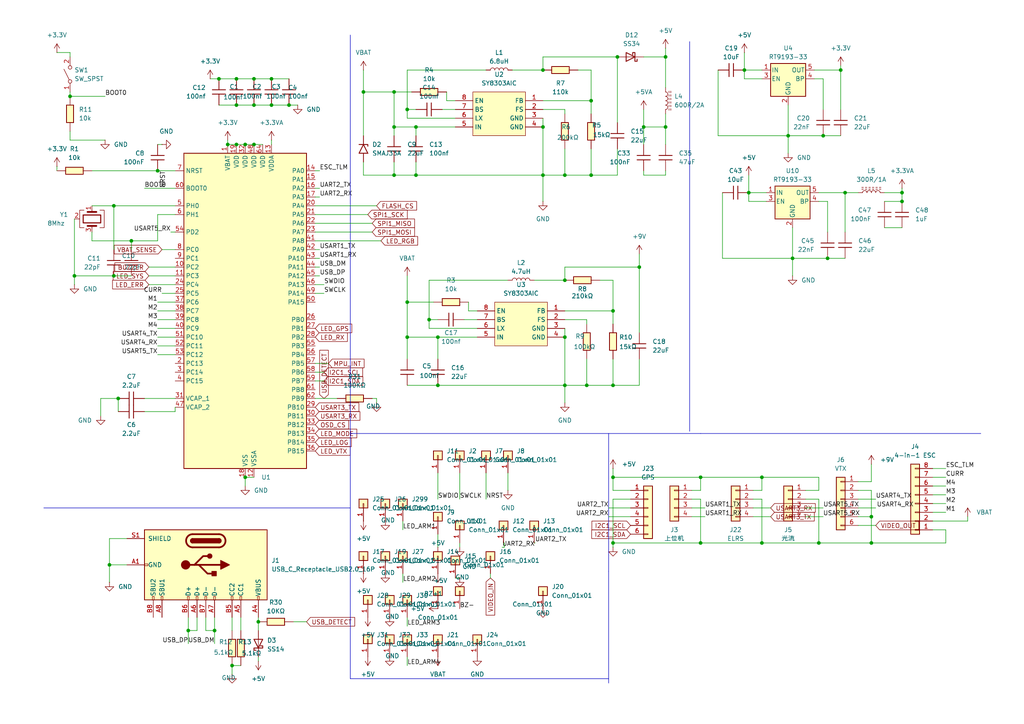
<source format=kicad_sch>
(kicad_sch (version 20250114) (generator "eeschema") (generator_version "9.0")
  (paper "A4")
  (junction (at 220.98 138.43))
  (junction (at 170.18 111.76))
  (junction (at 252.73 149.86))
  (junction (at 71.12 138.43))
  (junction (at 73.66 41.91))
  (junction (at 238.76 39.37))
  (junction (at 237.49 157.48))
  (junction (at 228.6 39.37))
  (junction (at 243.84 20.32))
  (junction (at 220.98 157.48))
  (junction (at 33.02 59.69))
  (junction (at 33.02 80.01))
  (junction (at 114.3 36.83))
  (junction (at 67.31 193.04))
  (junction (at 185.42 77.47))
  (junction (at 71.12 41.91))
  (junction (at 124.46 92.71))
  (junction (at 120.65 36.83))
  (junction (at 261.62 58.42))
  (junction (at 34.29 115.57))
  (junction (at 114.3 26.67))
  (junction (at 78.74 22.86))
  (junction (at 68.58 30.48))
  (junction (at 68.58 41.91))
  (junction (at 163.83 81.28))
  (junction (at 74.93 180.34))
  (junction (at 171.45 50.8))
  (junction (at 203.2 138.43))
  (junction (at 252.73 157.48))
  (junction (at 68.58 22.86))
  (junction (at 177.8 138.43))
  (junction (at 54.61 182.88))
  (junction (at 245.11 55.88))
  (junction (at 157.48 50.8))
  (junction (at 157.48 36.83))
  (junction (at 193.04 16.51))
  (junction (at 186.69 36.83))
  (junction (at 203.2 157.48))
  (junction (at 83.82 30.48))
  (junction (at 177.8 157.48))
  (junction (at 105.41 26.67))
  (junction (at 21.59 80.01))
  (junction (at 240.03 74.93))
  (junction (at 78.74 30.48))
  (junction (at 73.66 22.86))
  (junction (at 157.48 20.32))
  (junction (at 63.5 22.86))
  (junction (at 177.8 90.17))
  (junction (at 118.11 87.63))
  (junction (at 229.87 74.93))
  (junction (at 127 97.79))
  (junction (at 171.45 29.21))
  (junction (at 20.32 27.94))
  (junction (at 217.17 55.88))
  (junction (at 66.04 41.91))
  (junction (at 38.1 69.85))
  (junction (at 163.83 50.8))
  (junction (at 163.83 111.76))
  (junction (at 261.62 55.88))
  (junction (at 118.11 31.75))
  (junction (at 114.3 50.8))
  (junction (at 31.75 163.83))
  (junction (at 177.8 111.76))
  (junction (at 45.72 49.53))
  (junction (at 215.9 20.32))
  (junction (at 120.65 50.8))
  (junction (at 127 111.76))
  (junction (at 62.23 182.88))
  (junction (at 193.04 36.83))
  (junction (at 118.11 97.79))
  (junction (at 73.66 30.48))
  (junction (at 163.83 97.79))
  (junction (at 179.07 16.51))
  (wire (pts (xy 16.51 15.24) (xy 20.32 15.24)))
  (wire (pts (xy 203.2 157.48) (xy 220.98 157.48)))
  (wire (pts (xy 140.97 20.32) (xy 118.11 20.32)))
  (wire (pts (xy 163.83 50.8) (xy 171.45 50.8)))
  (wire (pts (xy 163.83 77.47) (xy 185.42 77.47)))
  (wire (pts (xy 68.58 30.48) (xy 73.66 30.48)))
  (wire (pts (xy 171.45 29.21) (xy 171.45 33.02)))
  (wire (pts (xy 146.2609 158.75) (xy 146.2609 157.48)))
  (wire (pts (xy 208.28 39.37) (xy 208.28 20.32)))
  (wire (pts (xy 233.68 149.86) (xy 238.76 149.86)))
  (wire (pts (xy 220.98 142.24) (xy 218.44 142.24)))
  (wire (pts (xy 203.2 138.43) (xy 203.2 142.24)))
  (wire (pts (xy 45.72 90.17) (xy 50.8 90.17)))
  (wire (pts (xy 270.51 151.13) (xy 280.67 151.13)))
  (wire (pts (xy 236.22 20.32) (xy 243.84 20.32)))
  (wire (pts (xy 182.88 142.24) (xy 177.8 142.24)))
  (wire (pts (xy 26.67 49.53) (xy 45.72 49.53)))
  (wire (pts (xy 93.98 82.55) (xy 91.44 82.55)))
  (wire (pts (xy 91.44 59.69) (xy 109.22 59.69)))
  (wire (pts (xy 240.03 58.42) (xy 237.49 58.42)))
  (wire (pts (xy 73.66 22.86) (xy 78.74 22.86)))
  (wire (pts (xy 74.93 180.34) (xy 74.93 179.07)))
  (wire (pts (xy 167.64 20.32) (xy 171.45 20.32)))
  (wire (pts (xy 67.31 195.58) (xy 67.31 193.04)))
  (wire (pts (xy 45.72 62.23) (xy 45.72 69.85)))
  (wire (pts (xy 127 111.76) (xy 163.83 111.76)))
  (wire (pts (xy 217.17 55.88) (xy 222.25 55.88)))
  (wire (pts (xy 114.3 36.83) (xy 114.3 39.37)))
  (wire (pts (xy 193.04 36.83) (xy 193.04 41.91)))
  (wire (pts (xy 120.65 46.99) (xy 120.65 50.8)))
  (wire (pts (xy 110.49 69.85) (xy 91.44 69.85)))
  (wire (pts (xy 91.44 80.01) (xy 92.71 80.01)))
  (wire (pts (xy 45.72 95.25) (xy 50.8 95.25)))
  (wire (pts (xy 41.91 119.38) (xy 50.8 119.38)))
  (wire (pts (xy 45.72 97.79) (xy 50.8 97.79)))
  (wire (pts (xy 118.11 80.01) (xy 118.11 87.63)))
  (wire (pts (xy 238.76 39.37) (xy 243.84 39.37)))
  (wire (pts (xy 118.11 34.29) (xy 118.11 31.75)))
  (wire (pts (xy 68.58 41.91) (xy 71.12 41.91)))
  (wire (pts (xy 157.48 29.21) (xy 171.45 29.21)))
  (wire (pts (xy 114.3 26.67) (xy 114.3 36.83)))
  (wire (pts (xy 128.27 31.75) (xy 132.08 31.75)))
  (wire (pts (xy 46.99 72.39) (xy 50.8 72.39)))
  (wire (pts (xy 116.84 153.67) (xy 116.84 151.13)))
  (wire (pts (xy 157.48 31.75) (xy 163.83 31.75)))
  (wire (pts (xy 274.32 138.43) (xy 270.51 138.43)))
  (wire (pts (xy 200.66 144.78) (xy 203.2 144.78)))
  (wire (pts (xy 118.11 193.04) (xy 118.11 190.5)))
  (wire (pts (xy 124.46 95.25) (xy 124.46 92.71)))
  (wire (pts (xy 45.72 62.23) (xy 50.8 62.23)))
  (wire (pts (xy 109.22 115.57) (xy 109.22 116.84)))
  (wire (pts (xy 147.32 81.28) (xy 124.46 81.28)))
  (wire (pts (xy 243.84 19.05) (xy 243.84 20.32)))
  (polyline (pts (xy 203.2 125.73) (xy 284.48 125.73)))
  (wire (pts (xy 229.87 74.93) (xy 229.87 66.04)))
  (wire (pts (xy 132.08 36.83) (xy 120.65 36.83)))
  (wire (pts (xy 142.24 166.37) (xy 142.24 167.64)))
  (wire (pts (xy 240.03 74.93) (xy 245.11 74.93)))
  (wire (pts (xy 71.12 41.91) (xy 73.66 41.91)))
  (wire (pts (xy 127 144.78) (xy 127 137.16)))
  (wire (pts (xy 154.94 81.28) (xy 163.83 81.28)))
  (wire (pts (xy 179.07 16.51) (xy 179.07 35.56)))
  (wire (pts (xy 73.66 41.91) (xy 76.2 41.91)))
  (wire (pts (xy 208.28 39.37) (xy 228.6 39.37)))
  (wire (pts (xy 177.8 157.48) (xy 177.8 158.75)))
  (wire (pts (xy 33.02 59.69) (xy 50.8 59.69)))
  (wire (pts (xy 186.69 31.75) (xy 186.69 36.83)))
  (wire (pts (xy 43.18 77.47) (xy 50.8 77.47)))
  (wire (pts (xy 140.97 144.78) (xy 140.97 137.16)))
  (wire (pts (xy 240.03 67.31) (xy 240.03 58.42)))
  (wire (pts (xy 163.83 92.71) (xy 170.18 92.71)))
  (wire (pts (xy 209.55 74.93) (xy 209.55 55.88)))
  (wire (pts (xy 193.04 33.02) (xy 193.04 36.83)))
  (wire (pts (xy 218.44 147.32) (xy 223.52 147.32)))
  (wire (pts (xy 248.92 149.86) (xy 252.73 149.86)))
  (wire (pts (xy 21.59 63.5) (xy 21.59 80.01)))
  (wire (pts (xy 114.3 50.8) (xy 120.65 50.8)))
  (wire (pts (xy 163.83 31.75) (xy 163.83 33.02)))
  (wire (pts (xy 29.21 120.65) (xy 29.21 115.57)))
  (wire (pts (xy 93.98 107.95) (xy 91.44 107.95)))
  (wire (pts (xy 146.2609 157.48) (xy 146.05 157.48)))
  (wire (pts (xy 92.71 72.39) (xy 91.44 72.39)))
  (wire (pts (xy 155.1509 157.48) (xy 154.94 157.48)))
  (wire (pts (xy 97.79 115.57) (xy 91.44 115.57)))
  (wire (pts (xy 45.72 100.33) (xy 50.8 100.33)))
  (wire (pts (xy 127 154.94) (xy 127 158.75)))
  (wire (pts (xy 132.08 34.29) (xy 118.11 34.29)))
  (wire (pts (xy 274.32 135.89) (xy 270.51 135.89)))
  (wire (pts (xy 120.65 36.83) (xy 114.3 36.83)))
  (wire (pts (xy 114.3 46.99) (xy 114.3 50.8)))
  (wire (pts (xy 220.98 22.86) (xy 215.9 22.86)))
  (wire (pts (xy 135.89 90.17) (xy 138.43 90.17)))
  (wire (pts (xy 20.32 40.64) (xy 20.32 38.1)))
  (wire (pts (xy 217.17 50.8) (xy 217.17 55.88)))
  (wire (pts (xy 157.48 36.83) (xy 157.48 50.8)))
  (wire (pts (xy 21.59 80.01) (xy 21.59 82.55)))
  (wire (pts (xy 203.2 138.43) (xy 220.98 138.43)))
  (wire (pts (xy 116.84 168.91) (xy 116.84 166.37)))
  (wire (pts (xy 220.98 144.78) (xy 220.98 157.48)))
  (wire (pts (xy 91.44 54.61) (xy 92.71 54.61)))
  (wire (pts (xy 186.69 36.83) (xy 186.69 41.91)))
  (wire (pts (xy 69.85 182.88) (xy 69.85 179.07)))
  (wire (pts (xy 274.32 148.59) (xy 270.51 148.59)))
  (wire (pts (xy 43.18 80.01) (xy 50.8 80.01)))
  (wire (pts (xy 134.62 92.71) (xy 138.43 92.71)))
  (wire (pts (xy 237.49 157.48) (xy 252.73 157.48)))
  (wire (pts (xy 62.23 182.88) (xy 62.23 186.69)))
  (wire (pts (xy 66.04 41.91) (xy 68.58 41.91)))
  (wire (pts (xy 185.42 77.47) (xy 185.42 96.52)))
  (wire (pts (xy 179.07 50.8) (xy 179.07 43.18)))
  (wire (pts (xy 229.87 74.93) (xy 240.03 74.93)))
  (wire (pts (xy 238.76 31.75) (xy 238.76 22.86)))
  (wire (pts (xy 176.53 147.32) (xy 182.88 147.32)))
  (wire (pts (xy 118.11 181.61) (xy 118.11 179.07)))
  (wire (pts (xy 63.5 22.86) (xy 68.58 22.86)))
  (wire (pts (xy 78.74 40.64) (xy 78.74 41.91)))
  (wire (pts (xy 124.46 92.71) (xy 127 92.71)))
  (wire (pts (xy 59.69 182.88) (xy 62.23 182.88)))
  (wire (pts (xy 118.11 97.79) (xy 127 97.79)))
  (wire (pts (xy 171.45 50.8) (xy 171.45 43.18)))
  (wire (pts (xy 118.11 97.79) (xy 118.11 104.14)))
  (polyline (pts (xy 200.025 12.065) (xy 200.025 125.095)))
  (wire (pts (xy 163.83 81.28) (xy 163.83 77.47)))
  (wire (pts (xy 170.18 111.76) (xy 170.18 104.14)))
  (wire (pts (xy 67.31 182.88) (xy 67.31 179.07)))
  (wire (pts (xy 50.8 115.57) (xy 41.91 115.57)))
  (polyline (pts (xy 12.7 147.32) (xy 101.6 147.32)))
  (wire (pts (xy 54.61 182.88) (xy 54.61 186.69)))
  (wire (pts (xy 73.66 30.48) (xy 78.74 30.48)))
  (wire (pts (xy 132.08 167.64) (xy 133.35 167.64)))
  (wire (pts (xy 16.51 48.26) (xy 16.51 49.53)))
  (wire (pts (xy 186.69 16.51) (xy 193.04 16.51)))
  (wire (pts (xy 91.44 67.31) (xy 107.95 67.31)))
  (wire (pts (xy 34.29 115.57) (xy 34.29 119.38)))
  (wire (pts (xy 171.45 50.8) (xy 179.07 50.8)))
  (wire (pts (xy 163.83 95.25) (xy 163.83 97.79)))
  (wire (pts (xy 177.8 81.28) (xy 177.8 90.17)))
  (wire (pts (xy 177.8 144.78) (xy 177.8 157.48)))
  (wire (pts (xy 38.1 69.85) (xy 45.72 69.85)))
  (wire (pts (xy 252.73 142.24) (xy 252.73 149.86)))
  (wire (pts (xy 78.74 30.48) (xy 83.82 30.48)))
  (wire (pts (xy 114.3 26.67) (xy 119.38 26.67)))
  (wire (pts (xy 200.66 147.32) (xy 204.47 147.32)))
  (wire (pts (xy 138.43 97.79) (xy 127 97.79)))
  (wire (pts (xy 256.54 66.04) (xy 261.62 66.04)))
  (wire (pts (xy 237.49 142.24) (xy 233.68 142.24)))
  (wire (pts (xy 256.54 58.42) (xy 261.62 58.42)))
  (wire (pts (xy 176.53 149.86) (xy 182.88 149.86)))
  (wire (pts (xy 105.41 26.67) (xy 114.3 26.67)))
  (wire (pts (xy 186.69 36.83) (xy 193.04 36.83)))
  (wire (pts (xy 237.49 142.24) (xy 237.49 138.43)))
  (wire (pts (xy 86.36 30.48) (xy 83.82 30.48)))
  (wire (pts (xy 157.48 34.29) (xy 157.48 36.83)))
  (wire (pts (xy 124.46 81.28) (xy 124.46 92.71)))
  (wire (pts (xy 92.71 74.93) (xy 91.44 74.93)))
  (wire (pts (xy 220.98 138.43) (xy 237.49 138.43)))
  (wire (pts (xy 177.8 111.76) (xy 177.8 104.14)))
  (wire (pts (xy 105.41 20.32) (xy 105.41 26.67)))
  (wire (pts (xy 233.68 144.78) (xy 237.49 144.78)))
  (wire (pts (xy 129.54 26.67) (xy 129.54 29.21)))
  (wire (pts (xy 274.32 153.67) (xy 270.51 153.67)))
  (wire (pts (xy 74.93 191.77) (xy 74.93 190.5)))
  (wire (pts (xy 120.65 50.8) (xy 157.48 50.8)))
  (wire (pts (xy 193.04 50.8) (xy 193.04 49.53)))
  (wire (pts (xy 163.83 97.79) (xy 163.83 111.76)))
  (wire (pts (xy 252.73 157.48) (xy 274.32 157.48)))
  (wire (pts (xy 127 97.79) (xy 127 104.14)))
  (wire (pts (xy 245.11 55.88) (xy 245.11 67.31)))
  (wire (pts (xy 129.54 29.21) (xy 132.08 29.21)))
  (wire (pts (xy 182.88 144.78) (xy 177.8 144.78)))
  (wire (pts (xy 45.72 102.87) (xy 50.8 102.87)))
  (wire (pts (xy 163.83 111.76) (xy 170.18 111.76)))
  (wire (pts (xy 50.8 119.38) (xy 50.8 118.11)))
  (wire (pts (xy 200.66 149.86) (xy 204.47 149.86)))
  (wire (pts (xy 157.48 50.8) (xy 163.83 50.8)))
  (wire (pts (xy 170.18 92.71) (xy 170.18 93.98)))
  (wire (pts (xy 261.62 55.88) (xy 261.62 58.42)))
  (wire (pts (xy 45.72 92.71) (xy 50.8 92.71)))
  (wire (pts (xy 280.67 151.13) (xy 280.67 149.86)))
  (polyline (pts (xy 101.6 10.16) (xy 101.6 196.85)))
  (wire (pts (xy 252.73 149.86) (xy 252.73 157.48)))
  (wire (pts (xy 74.93 182.88) (xy 74.93 180.34)))
  (wire (pts (xy 88.9 180.34) (xy 85.09 180.34)))
  (wire (pts (xy 177.8 90.17) (xy 177.8 93.98)))
  (wire (pts (xy 118.11 87.63) (xy 125.73 87.63)))
  (wire (pts (xy 105.41 46.99) (xy 105.41 50.8)))
  (wire (pts (xy 33.02 72.39) (xy 33.02 59.69)))
  (wire (pts (xy 105.41 39.37) (xy 105.41 26.67)))
  (wire (pts (xy 248.92 139.7) (xy 252.73 139.7)))
  (wire (pts (xy 228.6 39.37) (xy 238.76 39.37)))
  (wire (pts (xy 31.75 163.83) (xy 36.83 163.83)))
  (wire (pts (xy 238.76 22.86) (xy 236.22 22.86)))
  (wire (pts (xy 68.58 22.86) (xy 73.66 22.86)))
  (wire (pts (xy 71.12 140.97) (xy 71.12 138.43)))
  (wire (pts (xy 222.25 58.42) (xy 217.17 58.42)))
  (wire (pts (xy 20.32 27.94) (xy 30.48 27.94)))
  (wire (pts (xy 120.65 36.83) (xy 120.65 39.37)))
  (wire (pts (xy 177.8 157.48) (xy 203.2 157.48)))
  (wire (pts (xy 171.45 20.32) (xy 171.45 29.21)))
  (wire (pts (xy 59.69 179.07) (xy 59.69 182.88)))
  (wire (pts (xy 177.8 138.43) (xy 177.8 142.24)))
  (wire (pts (xy 91.44 77.47) (xy 92.71 77.47)))
  (wire (pts (xy 26.67 59.69) (xy 33.02 59.69)))
  (wire (pts (xy 215.9 20.32) (xy 220.98 20.32)))
  (wire (pts (xy 118.11 20.32) (xy 118.11 31.75)))
  (wire (pts (xy 243.84 20.32) (xy 243.84 31.75)))
  (wire (pts (xy 248.92 55.88) (xy 245.11 55.88)))
  (wire (pts (xy 91.44 57.15) (xy 92.71 57.15)))
  (wire (pts (xy 105.41 50.8) (xy 114.3 50.8)))
  (wire (pts (xy 66.04 40.64) (xy 66.04 41.91)))
  (wire (pts (xy 41.91 54.61) (xy 50.8 54.61)))
  (wire (pts (xy 157.48 16.51) (xy 179.07 16.51)))
  (wire (pts (xy 57.15 182.88) (xy 57.15 179.07)))
  (wire (pts (xy 21.59 80.01) (xy 33.02 80.01)))
  (wire (pts (xy 118.11 31.75) (xy 120.65 31.75)))
  (wire (pts (xy 145.6282 158.75) (xy 146.2609 158.75)))
  (wire (pts (xy 220.98 157.48) (xy 237.49 157.48)))
  (wire (pts (xy 30.48 40.64) (xy 20.32 40.64)))
  (wire (pts (xy 133.35 144.78) (xy 133.35 137.16)))
  (wire (pts (xy 60.96 22.86) (xy 63.5 22.86)))
  (wire (pts (xy 147.32 142.24) (xy 147.32 137.16)))
  (wire (pts (xy 43.18 82.55) (xy 50.8 82.55)))
  (wire (pts (xy 203.2 142.24) (xy 200.66 142.24)))
  (wire (pts (xy 45.72 41.91) (xy 46.99 41.91)))
  (wire (pts (xy 215.9 15.24) (xy 215.9 20.32)))
  (wire (pts (xy 31.75 156.21) (xy 31.75 163.83)))
  (wire (pts (xy 157.48 20.32) (xy 157.48 16.51)))
  (wire (pts (xy 186.69 50.8) (xy 186.69 49.53)))
  (wire (pts (xy 20.32 26.67) (xy 20.32 27.94)))
  (wire (pts (xy 217.17 58.42) (xy 217.17 55.88)))
  (wire (pts (xy 274.32 143.51) (xy 270.51 143.51)))
  (wire (pts (xy 54.61 179.07) (xy 54.61 182.88)))
  (wire (pts (xy 177.8 135.89) (xy 177.8 138.43)))
  (wire (pts (xy 155.1509 157.4017) (xy 155.1509 157.48)))
  (polyline (pts (xy 176.53 125.73) (xy 176.53 165.735)))
  (wire (pts (xy 33.02 80.01) (xy 38.1 80.01)))
  (wire (pts (xy 31.75 163.83) (xy 31.75 168.91)))
  (polyline (pts (xy 176.53 196.85) (xy 101.6 196.85)))
  (wire (pts (xy 237.49 55.88) (xy 245.11 55.88)))
  (wire (pts (xy 46.99 85.09) (xy 50.8 85.09)))
  (wire (pts (xy 93.98 85.09) (xy 91.44 85.09)))
  (wire (pts (xy 49.53 67.31) (xy 50.8 67.31)))
  (wire (pts (xy 218.44 144.78) (xy 220.98 144.78)))
  (wire (pts (xy 91.44 62.23) (xy 106.68 62.23)))
  (wire (pts (xy 186.69 50.8) (xy 193.04 50.8)))
  (wire (pts (xy 170.18 111.76) (xy 177.8 111.76)))
  (wire (pts (xy 92.71 49.53) (xy 91.44 49.53)))
  (wire (pts (xy 193.04 16.51) (xy 193.04 25.4)))
  (wire (pts (xy 26.67 69.85) (xy 38.1 69.85)))
  (wire (pts (xy 274.32 140.97) (xy 270.51 140.97)))
  (wire (pts (xy 220.98 138.43) (xy 220.98 142.24)))
  (wire (pts (xy 173.99 81.28) (xy 177.8 81.28)))
  (wire (pts (xy 163.83 90.17) (xy 177.8 90.17)))
  (polyline (pts (xy 203.2 125.73) (xy 101.6 125.73)))
  (wire (pts (xy 36.83 156.21) (xy 31.75 156.21)))
  (wire (pts (xy 135.89 87.63) (xy 135.89 90.17)))
  (wire (pts (xy 45.72 49.53) (xy 50.8 49.53)))
  (wire (pts (xy 203.2 144.78) (xy 203.2 157.48)))
  (wire (pts (xy 163.83 50.8) (xy 163.83 43.18)))
  (wire (pts (xy 193.04 13.97) (xy 193.04 16.51)))
  (wire (pts (xy 274.32 146.05) (xy 270.51 146.05)))
  (wire (pts (xy 91.44 64.77) (xy 107.95 64.77)))
  (wire (pts (xy 233.68 147.32) (xy 238.76 147.32)))
  (wire (pts (xy 71.12 138.43) (xy 73.66 138.43)))
  (wire (pts (xy 248.92 144.78) (xy 254 144.78)))
  (wire (pts (xy 261.62 54.61) (xy 261.62 55.88)))
  (wire (pts (xy 252.73 134.62) (xy 252.73 139.7)))
  (wire (pts (xy 107.95 115.57) (xy 109.22 115.57)))
  (wire (pts (xy 228.6 39.37) (xy 228.6 30.48)))
  (wire (pts (xy 54.61 182.88) (xy 57.15 182.88)))
  (wire (pts (xy 215.9 22.86) (xy 215.9 20.32)))
  (wire (pts (xy 38.1 72.39) (xy 38.1 69.85)))
  (wire (pts (xy 248.92 142.24) (xy 252.73 142.24)))
  (polyline (pts (xy 176.53 165.735) (xy 176.53 198.12)))
  (wire (pts (xy 177.8 138.43) (xy 203.2 138.43)))
  (wire (pts (xy 62.23 182.88) (xy 62.23 179.07)))
  (wire (pts (xy 148.59 20.32) (xy 157.48 20.32)))
  (wire (pts (xy 20.32 16.51) (xy 20.32 15.24)))
  (wire (pts (xy 163.83 111.76) (xy 163.83 116.84)))
  (wire (pts (xy 248.92 147.32) (xy 254 147.32)))
  (wire (pts (xy 133.35 157.48) (xy 133.35 158.75)))
  (wire (pts (xy 26.67 69.85) (xy 26.67 67.31)))
  (wire (pts (xy 118.11 87.63) (xy 118.11 97.79)))
  (wire (pts (xy 45.72 87.63) (xy 50.8 87.63)))
  (wire (pts (xy 223.52 149.86) (xy 218.44 149.86)))
  (wire (pts (xy 229.87 74.93) (xy 229.87 80.01)))
  (wire (pts (xy 118.11 111.76) (xy 127 111.76)))
  (wire (pts (xy 274.32 157.48) (xy 274.32 153.67)))
  (wire (pts (xy 138.43 95.25) (xy 124.46 95.25)))
  (wire (pts (xy 177.8 111.76) (xy 185.42 111.76)))
  (wire (pts (xy 29.21 115.57) (xy 34.29 115.57)))
  (wire (pts (xy 256.54 55.88) (xy 261.62 55.88)))
  (wire (pts (xy 248.92 152.4) (xy 254 152.4)))
  (wire (pts (xy 91.44 110.49) (xy 93.98 110.49)))
  (wire (pts (xy 67.31 193.04) (xy 69.85 193.04)))
  (wire (pts (xy 237.49 144.78) (xy 237.49 157.48)))
  (wire (pts (xy 185.42 73.66) (xy 185.42 77.47)))
  (wire (pts (xy 78.74 22.86) (xy 83.82 22.86)))
  (wire (pts (xy 95.25 105.41) (xy 91.44 105.41)))
  (wire (pts (xy 185.42 111.76) (xy 185.42 104.14)))
  (wire (pts (xy 63.5 30.48) (xy 68.58 30.48)))
  (wire (pts (xy 157.48 50.8) (xy 157.48 58.42)))
  (wire (pts (xy 209.55 74.93) (xy 229.87 74.93)))
  (wire (pts (xy 228.6 39.37) (xy 228.6 44.45)))
  (label "UART2_TX" (at 155.1509 157.4017 0))
  (label "M1" (at 45.72 87.63 180))
  (label "UART2_RX" (at 92.71 57.15 0))
  (label "LED_ARM1" (at 116.84 153.67 0))
  (label "USART4_TX" (at 45.72 97.79 180))
  (label "USART4_RX" (at 254.2723 147.32 0))
  (label "USART1_TX" (at 204.47 147.32 0))
  (label "SWCLK" (at 133.35 144.78 0))
  (label "USART5_RX" (at 238.715 149.86 0))
  (label "M1" (at 274.32 148.59 0))
  (label "USART4_RX" (at 45.72 100.33 180))
  (label "LED_ARM3" (at 118.11 181.61 0))
  (label "USART5_TX" (at 238.76 147.32 0))
  (label "USART4_TX" (at 254 144.78 0))
  (label "BZ-" (at 133.35 176.53 0))
  (label "LED_ARM4" (at 118.11 193.04 0))
  (label "SWDIO" (at 127 144.78 0))
  (label "UART2_RX" (at 176.53 149.86 180))
  (label "USART5_RX" (at 49.53 67.31 180))
  (label "BOOT0" (at 30.48 27.94 0))
  (label "UART2_TX" (at 176.53 147.32 180))
  (label "M3" (at 45.72 92.71 180))
  (label "ESC_TLM" (at 92.71 49.53 0))
  (label "USART1_TX" (at 92.71 72.39 0))
  (label "NRST" (at 140.97 144.78 0))
  (label "UART2_TX" (at 92.71 54.61 0))
  (label "USART5_TX" (at 45.72 102.87 180))
  (label "USB_DP" (at 54.61 186.69 180))
  (label "CURR" (at 46.99 85.09 180))
  (label "UART2_RX" (at 145.6282 158.75 0))
  (label "M2" (at 274.32 146.05 0))
  (label "USB_DM" (at 62.23 186.69 180))
  (label "M2" (at 45.72 90.17 180))
  (label "M3" (at 274.32 143.51 0))
  (label "SWCLK" (at 93.98 85.09 0))
  (label "USART1_RX" (at 204.47 149.86 0))
  (label "M4" (at 45.72 95.25 180))
  (label "LED_ARM2" (at 116.84 168.91 0))
  (label "USB_DM" (at 92.71 77.47 0))
  (label "M4" (at 274.32 140.97 0))
  (label "NRST" (at 48.26 49.53 270))
  (label "USB_DP" (at 92.71 80.01 0))
  (label "BOOT0" (at 41.91 54.61 0))
  (label "USART1_RX" (at 92.71 74.93 0))
  (label "SWDIO" (at 93.98 82.55 0))
  (label "ESC_TLM" (at 274.32 135.89 0))
  (label "CURR" (at 274.32 138.43 0))
  (global_label "BUZZER" (shape input) (at 43.18 77.47 180) (property "Intersheetrefs" "${INTERSHEET_REFS}" (effects (hide yes))))
  (global_label "OSD_CS" (shape input) (at 91.44 123.19 0) (property "Intersheetrefs" "${INTERSHEET_REFS}" (effects (hide yes))))
  (global_label "USART3_RX" (shape input) (at 91.44 120.65 0) (property "Intersheetrefs" "${INTERSHEET_REFS}" (effects (hide yes))))
  (global_label "USB_DETECT" (shape input) (at 93.98 115.57 90) (property "Intersheetrefs" "${INTERSHEET_REFS}" (effects (hide yes))))
  (global_label "LED_VTX" (shape input) (at 91.44 130.81 0) (property "Intersheetrefs" "${INTERSHEET_REFS}" (effects (hide yes))))
  (global_label "I2C1_SCL" (shape input) (at 93.98 107.95 0) (property "Intersheetrefs" "${INTERSHEET_REFS}" (effects (hide yes))))
  (global_label "USB_DETECT" (shape input) (at 88.9 180.34 0) (property "Intersheetrefs" "${INTERSHEET_REFS}" (effects (hide yes))))
  (global_label "USART3_RX" (shape input) (at 223.52 147.32 0) (property "Intersheetrefs" "${INTERSHEET_REFS}" (effects (hide yes))))
  (global_label "SPI1_MISO" (shape input) (at 107.95 64.77 0) (property "Intersheetrefs" "${INTERSHEET_REFS}" (effects (hide yes))))
  (global_label "USART3_TX" (shape input) (at 91.44 118.11 0) (property "Intersheetrefs" "${INTERSHEET_REFS}" (effects (hide yes))))
  (global_label "VIDEO_OUT" (shape input) (at 254 152.4 0) (property "Intersheetrefs" "${INTERSHEET_REFS}" (effects (hide yes))))
  (global_label "LED_ERR" (shape input) (at 43.18 82.55 180) (property "Intersheetrefs" "${INTERSHEET_REFS}" (effects (hide yes))))
  (global_label "USART3_TX" (shape input) (at 223.52 149.86 0) (property "Intersheetrefs" "${INTERSHEET_REFS}" (effects (hide yes))))
  (global_label "LED_RGB" (shape input) (at 110.49 69.85 0) (property "Intersheetrefs" "${INTERSHEET_REFS}" (effects (hide yes))))
  (global_label "I2C1_SCL" (shape input) (at 182.88 152.4 180) (property "Intersheetrefs" "${INTERSHEET_REFS}" (effects (hide yes))))
  (global_label "LED_GPS" (shape input) (at 91.44 95.25 0) (property "Intersheetrefs" "${INTERSHEET_REFS}" (effects (hide yes))))
  (global_label "VBAT_SENSE" (shape input) (at 46.99 72.39 180) (property "Intersheetrefs" "${INTERSHEET_REFS}" (effects (hide yes))))
  (global_label "LED_SYS" (shape input) (at 43.18 80.01 180) (property "Intersheetrefs" "${INTERSHEET_REFS}" (effects (hide yes))))
  (global_label "I2C1_SDA" (shape input) (at 93.98 110.49 0) (property "Intersheetrefs" "${INTERSHEET_REFS}" (effects (hide yes))))
  (global_label "FLASH_CS" (shape input) (at 109.22 59.69 0) (property "Intersheetrefs" "${INTERSHEET_REFS}" (effects (hide yes))))
  (global_label "LED_MODE" (shape input) (at 91.44 125.73 0) (property "Intersheetrefs" "${INTERSHEET_REFS}" (effects (hide yes))))
  (global_label "SPI1_MOSI" (shape input) (at 107.95 67.31 0) (property "Intersheetrefs" "${INTERSHEET_REFS}" (effects (hide yes))))
  (global_label "LED_RX" (shape input) (at 91.44 97.79 0) (property "Intersheetrefs" "${INTERSHEET_REFS}" (effects (hide yes))))
  (global_label "MPU_INT" (shape input) (at 95.25 105.41 0) (property "Intersheetrefs" "${INTERSHEET_REFS}" (effects (hide yes))))
  (global_label "I2C1_SDA" (shape input) (at 182.88 154.94 180) (property "Intersheetrefs" "${INTERSHEET_REFS}" (effects (hide yes))))
  (global_label "LED_LOG" (shape input) (at 91.44 128.27 0) (property "Intersheetrefs" "${INTERSHEET_REFS}" (effects (hide yes))))
  (global_label "VIDEO_IN" (shape input) (at 142.24 167.64 270) (property "Intersheetrefs" "${INTERSHEET_REFS}" (effects (hide yes))))
  (global_label "SPI1_SCK" (shape input) (at 106.68 62.23 0) (property "Intersheetrefs" "${INTERSHEET_REFS}" (effects (hide yes))))
  (symbol (lib_id "PCM_fab:C_0603") (at 120.65 43.18 0) (unit 1)
    (property "Reference" "C13" (at 124.46 41.9099 0) (effects (justify left)))
    (property "Value" "100nf" (at 124.46 44.4499 0) (effects (justify left)))
    (property "Footprint" "PCM_fab:C_0603" (effects (hide yes)))
    (property "Datasheet" "https://www.yageo.com/upload/media/product/productsearch/datasheet/mlcc/UPY-GP_NP0_16V-to-50V_18.pdf" (effects (hide yes)))
    (property "Description" "Unpolarized capacitor, SMD, 1206" (effects (hide yes)))
  )
  (symbol (lib_id "Connector_Generic:Conn_01x01") (at 113.03 185.42 90) (unit 1)
    (property "Reference" "J32" (at 115.57 184.1499 90) (effects (justify right)))
    (property "Value" "Conn_01x01" (at 115.57 186.6899 90) (effects (justify right)))
    (property "Footprint" "TestPoint:TestPoint_Pad_2.0x2.0mm" (effects (hide yes)))
    (property "Description" "Generic connector, single row, 01x01, script generated (kicad-library-utils/schlib/autogen/connector/)" (effects (hide yes)))
  )
  (symbol (lib_id "Device:L") (at 151.13 81.28 90) (unit 1)
    (property "Reference" "L2" (at 151.13 76.2 90))
    (property "Value" "4.7uH" (at 151.13 78.74 90))
    (property "Footprint" "Inductor_SMD:L_Bourns-SRN4018" (effects (hide yes)))
    (property "Description" "Inductor" (effects (hide yes)))
  )
  (symbol (lib_id "power:+5V") (at 127 166.37 180) (unit 1)
    (property "Reference" "#PWR067" (effects (hide yes)))
    (property "Value" "+5V" (at 127.762 168.402 0))
    (property "Description" "Power symbol creates a global label with name \"+5V\"" (effects (hide yes)))
  )
  (symbol (lib_id "PCM_fab:C_0603") (at 186.69 45.72 0) (unit 1)
    (property "Reference" "C33" (at 182.88 44.4499 0) (effects (justify right)))
    (property "Value" "100nF" (at 182.88 46.9899 0) (effects (justify right)))
    (property "Footprint" "PCM_fab:C_0603" (effects (hide yes)))
    (property "Datasheet" "https://www.yageo.com/upload/media/product/productsearch/datasheet/mlcc/UPY-GP_NP0_16V-to-50V_18.pdf" (effects (hide yes)))
    (property "Description" "Unpolarized capacitor, SMD, 1206" (effects (hide yes)))
  )
  (symbol (lib_id "power:+3.3V") (at 60.96 22.86 0) (unit 1)
    (property "Reference" "#PWR02" (effects (hide yes)))
    (property "Value" "+3.3V" (at 60.96 17.78 0))
    (property "Description" "Power symbol creates a global label with name \"+3.3V\"" (effects (hide yes)))
  )
  (symbol (lib_id "power:VDD") (at 118.11 80.01 0) (unit 1)
    (property "Reference" "#PWR013" (effects (hide yes)))
    (property "Value" "VBAT" (at 118.11 74.93 0))
    (property "Description" "Power symbol creates a global label with name \"VDD\"" (effects (hide yes)))
  )
  (symbol (lib_id "power:GND") (at 111.76 151.13 0) (unit 1)
    (property "Reference" "#PWR035" (effects (hide yes)))
    (property "Value" "GND" (at 112.522 150.876 0))
    (property "Description" "Power symbol creates a global label with name \"GND\" , ground" (effects (hide yes)))
  )
  (symbol (lib_id "Connector_Generic:Conn_01x01") (at 132.08 162.56 90) (unit 1)
    (property "Reference" "J15" (at 134.62 161.2899 90) (effects (justify right)))
    (property "Value" "Conn_01x01" (at 134.62 163.8299 90) (effects (justify right)))
    (property "Footprint" "TestPoint:TestPoint_Pad_2.0x2.0mm" (effects (hide yes)))
    (property "Description" "Generic connector, single row, 01x01, script generated (kicad-library-utils/schlib/autogen/connector/)" (effects (hide yes)))
  )
  (symbol (lib_id "Connector_Generic:Conn_01x01") (at 111.76 161.29 90) (unit 1)
    (property "Reference" "J19" (at 114.3 160.0199 90) (effects (justify right)))
    (property "Value" "Conn_01x01" (at 114.3 162.5599 90) (effects (justify right)))
    (property "Footprint" "TestPoint:TestPoint_Pad_2.0x2.0mm" (effects (hide yes)))
    (property "Description" "Generic connector, single row, 01x01, script generated (kicad-library-utils/schlib/autogen/connector/)" (effects (hide yes)))
  )
  (symbol (lib_id "power:GND") (at 229.87 80.01 0) (unit 1)
    (property "Reference" "#PWR053" (effects (hide yes)))
    (property "Value" "GND" (at 232.41 81.2799 0) (effects (justify left)))
    (property "Description" "Power symbol creates a global label with name \"GND\" , ground" (effects (hide yes)))
  )
  (symbol (lib_id "Connector_Generic:Conn_01x01") (at 127 149.86 90) (unit 1)
    (property "Reference" "J9" (at 129.54 148.5899 90) (effects (justify right)))
    (property "Value" "Conn_01x01" (at 129.54 151.1299 90) (effects (justify right)))
    (property "Footprint" "TestPoint:TestPoint_Pad_2.0x2.0mm" (effects (hide yes)))
    (property "Description" "Generic connector, single row, 01x01, script generated (kicad-library-utils/schlib/autogen/connector/)" (effects (hide yes)))
  )
  (symbol (lib_id "power:+3.3V") (at 16.51 48.26 0) (unit 1)
    (property "Reference" "#PWR06" (effects (hide yes)))
    (property "Value" "+3.3V" (at 16.51 43.18 0))
    (property "Description" "Power symbol creates a global label with name \"+3.3V\"" (effects (hide yes)))
  )
  (symbol (lib_id "PCM_fab:C_0603") (at 213.36 55.88 270) (unit 1)
    (property "Reference" "C43" (at 213.36 49.53 90))
    (property "Value" "10uF" (at 213.36 52.07 90))
    (property "Footprint" "PCM_fab:C_0603" (effects (hide yes)))
    (property "Datasheet" "https://www.yageo.com/upload/media/product/productsearch/datasheet/mlcc/UPY-GP_NP0_16V-to-50V_18.pdf" (effects (hide yes)))
    (property "Description" "Unpolarized capacitor, SMD, 1206" (effects (hide yes)))
  )
  (symbol (lib_id "Connector_Generic:Conn_01x01") (at 113.03 173.99 90) (unit 1)
    (property "Reference" "J29" (at 115.57 172.7199 90) (effects (justify right)))
    (property "Value" "Conn_01x01" (at 115.57 175.2599 90) (effects (justify right)))
    (property "Footprint" "TestPoint:TestPoint_Pad_2.0x2.0mm" (effects (hide yes)))
    (property "Description" "Generic connector, single row, 01x01, script generated (kicad-library-utils/schlib/autogen/connector/)" (effects (hide yes)))
  )
  (symbol (lib_id "PCM_fab:C_0603") (at 45.72 45.72 0) (unit 1)
    (property "Reference" "C8" (at 41.91 44.4499 0) (effects (justify right)))
    (property "Value" "100nF" (at 41.91 46.9899 0) (effects (justify right)))
    (property "Footprint" "PCM_fab:C_0603" (effects (hide yes)))
    (property "Datasheet" "https://www.yageo.com/upload/media/product/productsearch/datasheet/mlcc/UPY-GP_NP0_16V-to-50V_18.pdf" (effects (hide yes)))
    (property "Description" "Unpolarized capacitor, SMD, 1206" (effects (hide yes)))
  )
  (symbol (lib_id "power:+3.3VA") (at 261.62 54.61 0) (unit 1)
    (property "Reference" "#PWR055" (effects (hide yes)))
    (property "Value" "+3.3VA" (at 261.62 49.53 0))
    (property "Description" "Power symbol creates a global label with name \"+3.3VA\"" (effects (hide yes)))
  )
  (symbol (lib_name "SY8303AIC_1") (lib_id "easyeda:SY8303AIC") (at 144.78 33.02 0) (mirror y) (unit 1)
    (property "Reference" "U2" (at 144.78 21.59 0))
    (property "Value" "SY8303AIC" (at 144.78 24.13 0))
    (property "Footprint" "Package_TO_SOT_SMD:TSOT-23-8" (effects (hide yes)))
    (property "Datasheet" "https://lcsc.com/product-detail/DC-DC-Converters_Silergy_SY8303AIC_SY8303AIC_C97054.html" (effects (hide yes)))
    (property "LCSC Part" "C97054" (effects (hide yes)))
  )
  (symbol (lib_id "power:+3.3V") (at 66.04 40.64 0) (unit 1)
    (property "Reference" "#PWR03" (effects (hide yes)))
    (property "Value" "+3.3V" (at 66.04 35.56 0))
    (property "Description" "Power symbol creates a global label with name \"+3.3V\"" (effects (hide yes)))
  )
  (symbol (lib_id "power:+5VA") (at 186.69 31.75 0) (mirror y) (unit 1)
    (property "Reference" "#PWR043" (effects (hide yes)))
    (property "Value" "+5VA" (at 186.69 26.67 0))
    (property "Description" "Power symbol creates a global label with name \"+5VA\"" (effects (hide yes)))
  )
  (symbol (lib_id "Connector_Generic:Conn_01x01") (at 127 171.45 90) (unit 1)
    (property "Reference" "BZ+1" (at 122.936 172.212 90) (effects (justify right)))
    (property "Value" "Conn_01x01" (at 121.158 179.07 90) (effects (justify right)))
    (property "Footprint" "TestPoint:TestPoint_Pad_2.0x2.0mm" (effects (hide yes)))
    (property "Description" "Generic connector, single row, 01x01, script generated (kicad-library-utils/schlib/autogen/connector/)" (effects (hide yes)))
  )
  (symbol (lib_id "Device:Crystal_GND24") (at 26.67 63.5 270) (unit 1)
    (property "Reference" "Y1" (at 19.812 62.23 90) (effects (justify right)))
    (property "Value" "8Mhz" (at 18.796 64.77 90) (effects (justify right)))
    (property "Footprint" "Crystal:Crystal_SMD_3225-4Pin_3.2x2.5mm" (effects (hide yes)))
    (property "Description" "Four pin crystal, GND on pins 2 and 4" (effects (hide yes)))
    (property private "KLC_S3.3" "The rectangle is not a symbol body but a graphical element" (effects (hide yes)))
    (property private "KLC_S4.1" "Some pins are on 50mil grid to make the symbol small" (effects (hide yes)))
  )
  (symbol (lib_id "power:GND") (at 31.75 168.91 0) (unit 1)
    (property "Reference" "#PWR025" (effects (hide yes)))
    (property "Value" "GND" (at 34.29 170.1799 0) (effects (justify left)))
    (property "Description" "Power symbol creates a global label with name \"GND\" , ground" (effects (hide yes)))
  )
  (symbol (lib_id "power:GND") (at 163.83 116.84 0) (unit 1)
    (property "Reference" "#PWR014" (effects (hide yes)))
    (property "Value" "GND" (at 163.83 121.92 0))
    (property "Description" "Power symbol creates a global label with name \"GND\" , ground" (effects (hide yes)))
  )
  (symbol (lib_name "SY8303AIC_1") (lib_id "easyeda:SY8303AIC") (at 151.13 93.98 0) (mirror y) (unit 1)
    (property "Reference" "U3" (at 151.13 82.55 0))
    (property "Value" "SY8303AIC" (at 151.13 85.09 0))
    (property "Footprint" "Package_TO_SOT_SMD:TSOT-23-8" (effects (hide yes)))
    (property "Datasheet" "https://lcsc.com/product-detail/DC-DC-Converters_Silergy_SY8303AIC_SY8303AIC_C97054.html" (effects (hide yes)))
    (property "LCSC Part" "C97054" (effects (hide yes)))
  )
  (symbol (lib_id "PCM_fab:R_0603") (at 168.91 81.28 270) (unit 1)
    (property "Reference" "R8" (at 168.91 83.82 90))
    (property "Value" "210kΩ" (at 168.91 85.852 90))
    (property "Footprint" "PCM_fab:R_0603" (effects (hide yes)))
    (property "Description" "Resistor" (effects (hide yes)))
  )
  (symbol (lib_id "PCM_fab:C_0603") (at 118.11 107.95 0) (unit 1)
    (property "Reference" "C5" (at 122.428 106.172 0) (effects (justify left)))
    (property "Value" "22uF" (at 130.81 109.2199 0) (effects (justify left)))
    (property "Footprint" "PCM_fab:C_0603" (effects (hide yes)))
    (property "Datasheet" "https://www.yageo.com/upload/media/product/productsearch/datasheet/mlcc/UPY-GP_NP0_16V-to-50V_18.pdf" (effects (hide yes)))
    (property "Description" "Unpolarized capacitor, SMD, 1206" (effects (hide yes)))
  )
  (symbol (lib_id "PCM_fab:C_0603") (at 38.1 119.38 270) (unit 1)
    (property "Reference" "C6" (at 38.1 123.19 90))
    (property "Value" "2.2uF" (at 38.1 125.73 90))
    (property "Footprint" "PCM_fab:C_0603" (effects (hide yes)))
    (property "Datasheet" "https://www.yageo.com/upload/media/product/productsearch/datasheet/mlcc/UPY-GP_NP0_16V-to-50V_18.pdf" (effects (hide yes)))
    (property "Description" "Unpolarized capacitor, SMD, 1206" (effects (hide yes)))
  )
  (symbol (lib_id "power:GND") (at 109.22 116.84 0) (unit 1)
    (property "Reference" "#PWR061" (effects (hide yes)))
    (property "Value" "GND" (at 106.172 117.856 0) (effects (justify left)))
    (property "Description" "Power symbol creates a global label with name \"GND\" , ground" (effects (hide yes)))
  )
  (symbol (lib_id "PCM_fab:R_0603") (at 163.83 38.1 180) (unit 1)
    (property "Reference" "R6" (at 162.814 36.83 0) (effects (justify right)))
    (property "Value" "200kΩ" (at 161.544 39.878 0) (effects (justify right)))
    (property "Footprint" "PCM_fab:R_0603" (effects (hide yes)))
    (property "Description" "Resistor" (effects (hide yes)))
  )
  (symbol (lib_id "Connector_Generic:Conn_01x01") (at 106.68 173.99 90) (unit 1)
    (property "Reference" "J28" (at 109.22 172.7199 90) (effects (justify right)))
    (property "Value" "Conn_01x01" (at 109.22 175.2599 90) (effects (justify right)))
    (property "Footprint" "TestPoint:TestPoint_Pad_2.0x2.0mm" (effects (hide yes)))
    (property "Description" "Generic connector, single row, 01x01, script generated (kicad-library-utils/schlib/autogen/connector/)" (effects (hide yes)))
  )
  (symbol (lib_id "power:+3.3VA") (at 78.74 40.64 0) (unit 1)
    (property "Reference" "#PWR022" (effects (hide yes)))
    (property "Value" "+3.3VA" (at 78.74 35.56 0))
    (property "Description" "Power symbol creates a global label with name \"+3.3VA\"" (effects (hide yes)))
  )
  (symbol (lib_id "power:GND") (at 71.12 140.97 0) (unit 1)
    (property "Reference" "#PWR04" (effects (hide yes)))
    (property "Value" "GND" (at 73.66 142.2399 0) (effects (justify left)))
    (property "Description" "Power symbol creates a global label with name \"GND\" , ground" (effects (hide yes)))
  )
  (symbol (lib_id "power:+5V") (at 106.68 179.07 180) (unit 1)
    (property "Reference" "#PWR070" (effects (hide yes)))
    (property "Value" "+5V" (at 106.68 184.15 0))
    (property "Description" "Power symbol creates a global label with name \"+5V\"" (effects (hide yes)))
  )
  (symbol (lib_id "power:GND") (at 138.43 190.5 0) (unit 1)
    (property "Reference" "#PWR054" (effects (hide yes)))
    (property "Value" "GND" (at 138.43 195.58 0))
    (property "Description" "Power symbol creates a global label with name \"GND\" , ground" (effects (hide yes)))
  )
  (symbol (lib_id "PCM_fab:C_0603") (at 38.1 115.57 270) (unit 1)
    (property "Reference" "C7" (at 38.1 109.22 90))
    (property "Value" "2.2uF" (at 38.1 111.76 90))
    (property "Footprint" "PCM_fab:C_0603" (effects (hide yes)))
    (property "Datasheet" "https://www.yageo.com/upload/media/product/productsearch/datasheet/mlcc/UPY-GP_NP0_16V-to-50V_18.pdf" (effects (hide yes)))
    (property "Description" "Unpolarized capacitor, SMD, 1206" (effects (hide yes)))
  )
  (symbol (lib_id "Connector_Generic:Conn_01x01") (at 140.97 132.08 90) (unit 1)
    (property "Reference" "J7" (at 143.51 130.8099 90) (effects (justify right)))
    (property "Value" "Conn_01x01" (at 143.51 133.3499 90) (effects (justify right)))
    (property "Footprint" "TestPoint:TestPoint_Pad_2.0x2.0mm" (effects (hide yes)))
    (property "Description" "Generic connector, single row, 01x01, script generated (kicad-library-utils/schlib/autogen/connector/)" (effects (hide yes)))
  )
  (symbol (lib_id "PCM_fab:R_0603") (at 124.46 26.67 90) (unit 1)
    (property "Reference" "R4" (at 124.46 20.32 90))
    (property "Value" "10k" (at 124.46 22.86 90))
    (property "Footprint" "PCM_fab:R_0603" (effects (hide yes)))
    (property "Description" "Resistor" (effects (hide yes)))
  )
  (symbol (lib_id "power:GND") (at 157.48 176.53 0) (unit 1)
    (property "Reference" "#PWR065" (effects (hide yes)))
    (property "Value" "GND" (at 157.48 177.8 0))
    (property "Description" "Power symbol creates a global label with name \"GND\" , ground" (effects (hide yes)))
  )
  (symbol (lib_id "power:GND") (at 29.21 120.65 0) (unit 1)
    (property "Reference" "#PWR05" (effects (hide yes)))
    (property "Value" "GND" (at 26.67 121.9199 0) (effects (justify right)))
    (property "Description" "Power symbol creates a global label with name \"GND\" , ground" (effects (hide yes)))
  )
  (symbol (lib_id "power:GND") (at 46.99 41.91 90) (unit 1)
    (property "Reference" "#PWR07" (effects (hide yes)))
    (property "Value" "GND" (at 48.26 38.1 90))
    (property "Description" "Power symbol creates a global label with name \"GND\" , ground" (effects (hide yes)))
  )
  (symbol (lib_id "Connector_Generic:Conn_01x08") (at 265.43 146.05 180) (unit 1)
    (property "Reference" "J4" (at 265.43 129.54 0))
    (property "Value" "4-in-1 ESC" (at 265.43 132.08 0))
    (property "Footprint" "Connector_JST:JST_SH_SM08B-SRSS-TB_1x08-1MP_P1.00mm_Horizontal" (effects (hide yes)))
    (property "Description" "Generic connector, single row, 01x08, script generated (kicad-library-utils/schlib/autogen/connector/)" (effects (hide yes)))
  )
  (symbol (lib_id "PCM_fab:C_0603") (at 114.3 43.18 0) (unit 1)
    (property "Reference" "C9" (at 118.11 41.9099 0) (effects (justify left)))
    (property "Value" "22uF" (at 118.11 44.4499 0) (effects (justify left)))
    (property "Footprint" "PCM_fab:C_0603" (effects (hide yes)))
    (property "Datasheet" "https://www.yageo.com/upload/media/product/productsearch/datasheet/mlcc/UPY-GP_NP0_16V-to-50V_18.pdf" (effects (hide yes)))
    (property "Description" "Unpolarized capacitor, SMD, 1206" (effects (hide yes)))
  )
  (symbol (lib_id "Connector_Generic:Conn_01x01") (at 133.35 132.08 90) (unit 1)
    (property "Reference" "J2" (at 135.89 130.8099 90) (effects (justify right)))
    (property "Value" "Conn_01x01" (at 135.89 133.3499 90) (effects (justify right)))
    (property "Footprint" "TestPoint:TestPoint_Pad_2.0x2.0mm" (effects (hide yes)))
    (property "Description" "Generic connector, single row, 01x01, script generated (kicad-library-utils/schlib/autogen/connector/)" (effects (hide yes)))
  )
  (symbol (lib_id "power:GND") (at 133.35 158.75 0) (unit 1)
    (property "Reference" "#PWR062" (effects (hide yes)))
    (property "Value" "GND" (at 136.144 164.338 0))
    (property "Description" "Power symbol creates a global label with name \"GND\" , ground" (effects (hide yes)))
  )
  (symbol (lib_id "PCM_fab:C_0603") (at 256.54 62.23 0) (unit 1)
    (property "Reference" "C47" (at 252.73 60.9599 0) (effects (justify right)))
    (property "Value" "100nF" (at 252.73 63.4999 0) (effects (justify right)))
    (property "Footprint" "PCM_fab:C_0603" (effects (hide yes)))
    (property "Datasheet" "https://www.yageo.com/upload/media/product/productsearch/datasheet/mlcc/UPY-GP_NP0_16V-to-50V_18.pdf" (effects (hide yes)))
    (property "Description" "Unpolarized capacitor, SMD, 1206" (effects (hide yes)))
  )
  (symbol (lib_id "PCM_fab:R_0603") (at 130.81 87.63 90) (unit 1)
    (property "Reference" "R3" (at 130.81 81.28 90))
    (property "Value" "10k" (at 130.81 83.82 90))
    (property "Footprint" "PCM_fab:R_0603" (effects (hide yes)))
    (property "Description" "Resistor" (effects (hide yes)))
  )
  (symbol (lib_id "Connector_Generic:Conn_01x01") (at 127 132.08 90) (unit 1)
    (property "Reference" "J11" (at 129.54 130.8099 90) (effects (justify right)))
    (property "Value" "Conn_01x01" (at 129.54 133.3499 90) (effects (justify right)))
    (property "Footprint" "TestPoint:TestPoint_Pad_2.0x2.0mm" (effects (hide yes)))
    (property "Description" "Generic connector, single row, 01x01, script generated (kicad-library-utils/schlib/autogen/connector/)" (effects (hide yes)))
  )
  (symbol (lib_id "PCM_4ms_Connector:Conn_01x06") (at 187.96 147.32 0) (unit 1)
    (property "Reference" "J23" (at 187.96 135.89 0))
    (property "Value" "GPS" (at 187.96 138.43 0))
    (property "Footprint" "Connector_JST:JST_SH_SM06B-SRSS-TB_1x06-1MP_P1.00mm_Horizontal" (effects (hide yes)))
    (property "Description" "HEADER 1x6 MALE PINS 0.100” 180deg" (effects (hide yes)))
    (property "Specifications" "HEADER 1x6 MALE PINS 0.100” 180deg" (effects (hide yes)))
    (property "Manufacturer" "TAD" (effects (hide yes)))
    (property "Part Number" "1-0601FBV0T" (effects (hide yes)))
  )
  (symbol (lib_id "PCM_fab:R_0603") (at 171.45 38.1 180) (unit 1)
    (property "Reference" "R5" (at 171.704 36.322 0) (effects (justify right)))
    (property "Value" "15kΩ" (at 171.958 39.116 0) (effects (justify right)))
    (property "Footprint" "PCM_fab:R_0603" (effects (hide yes)))
    (property "Description" "Resistor" (effects (hide yes)))
  )
  (symbol (lib_id "PCM_fab:R_0603") (at 102.87 115.57 270) (unit 1)
    (property "Reference" "R31" (at 102.87 109.22 90))
    (property "Value" "100KΩ" (at 102.87 111.76 90))
    (property "Footprint" "PCM_fab:R_0603" (effects (hide yes)))
    (property "Description" "Resistor" (effects (hide yes)))
  )
  (symbol (lib_id "power:+5V") (at 217.17 50.8 0) (unit 1)
    (property "Reference" "#PWR052" (effects (hide yes)))
    (property "Value" "+5V" (at 217.17 45.72 0))
    (property "Description" "Power symbol creates a global label with name \"+5V\"" (effects (hide yes)))
  )
  (symbol (lib_id "Connector_Generic:Conn_01x01") (at 118.11 185.42 90) (unit 1)
    (property "Reference" "J33" (at 120.65 184.1499 90) (effects (justify right)))
    (property "Value" "Conn_01x01" (at 120.65 186.6899 90) (effects (justify right)))
    (property "Footprint" "TestPoint:TestPoint_Pad_2.0x2.0mm" (effects (hide yes)))
    (property "Description" "Generic connector, single row, 01x01, script generated (kicad-library-utils/schlib/autogen/connector/)" (effects (hide yes)))
  )
  (symbol (lib_id "Diode:SMAJ33A") (at 105.41 43.18 270) (unit 1)
    (property "Reference" "D2" (at 107.95 41.9099 90) (effects (justify left)))
    (property "Value" "SMAJ33A" (at 107.95 44.4499 90) (effects (justify left)))
    (property "Footprint" "Diode_SMD:D_SMA" (effects (hide yes)))
    (property "Datasheet" "https://www.littelfuse.com/media?resourcetype=datasheets&itemid=75e32973-b177-4ee3-a0ff-cedaf1abdb93&filename=smaj-datasheet" (effects (hide yes)))
    (property "Description" "400W unidirectional Transient Voltage Suppressor, 33.0Vr, SMA(DO-214AC)" (effects (hide yes)))
  )
  (symbol (lib_id "Connector_Generic:Conn_01x01") (at 157.48 171.45 90) (unit 1)
    (property "Reference" "J20" (at 160.02 170.1799 90) (effects (justify right)))
    (property "Value" "Conn_01x01" (at 160.02 172.7199 90) (effects (justify right)))
    (property "Footprint" "TestPoint:TestPoint_Pad_2.0x2.0mm" (effects (hide yes)))
    (property "Description" "Generic connector, single row, 01x01, script generated (kicad-library-utils/schlib/autogen/connector/)" (effects (hide yes)))
  )
  (symbol (lib_id "Connector_Generic:Conn_01x01") (at 105.41 146.05 90) (unit 1)
    (property "Reference" "J25" (at 107.95 144.7799 90) (effects (justify right)))
    (property "Value" "Conn_01x01" (at 107.95 147.3199 90) (effects (justify right)))
    (property "Footprint" "TestPoint:TestPoint_Pad_2.0x2.0mm" (effects (hide yes)))
    (property "Description" "Generic connector, single row, 01x01, script generated (kicad-library-utils/schlib/autogen/connector/)" (effects (hide yes)))
  )
  (symbol (lib_id "power:VDD") (at 280.67 149.86 0) (unit 1)
    (property "Reference" "#PWR032" (effects (hide yes)))
    (property "Value" "VBAT" (at 283.21 148.5899 0) (effects (justify left)))
    (property "Description" "Power symbol creates a global label with name \"VDD\"" (effects (hide yes)))
  )
  (symbol (lib_id "Diode:SS34") (at 182.88 16.51 180) (unit 1)
    (property "Reference" "D12" (at 183.1975 10.16 0))
    (property "Value" "SS34" (at 183.1975 12.7 0))
    (property "Footprint" "Diode_SMD:D_SOD-123" (effects (hide yes)))
    (property "Datasheet" "https://www.vishay.com/docs/88751/ss32.pdf" (effects (hide yes)))
    (property "Description" "40V 3A Schottky Diode, SMA" (effects (hide yes)))
  )
  (symbol (lib_id "PCM_fab:C_0603") (at 212.09 20.32 270) (unit 1)
    (property "Reference" "C19" (at 212.09 13.97 90))
    (property "Value" "10uF" (at 212.09 16.51 90))
    (property "Footprint" "PCM_fab:C_0603" (effects (hide yes)))
    (property "Datasheet" "https://www.yageo.com/upload/media/product/productsearch/datasheet/mlcc/UPY-GP_NP0_16V-to-50V_18.pdf" (effects (hide yes)))
    (property "Description" "Unpolarized capacitor, SMD, 1206" (effects (hide yes)))
  )
  (symbol (lib_id "Connector_Generic:Conn_01x01") (at 105.41 161.29 90) (unit 1)
    (property "Reference" "J17" (at 107.95 160.0199 90) (effects (justify right)))
    (property "Value" "Conn_01x01" (at 107.95 162.5599 90) (effects (justify right)))
    (property "Footprint" "TestPoint:TestPoint_Pad_2.0x2.0mm" (effects (hide yes)))
    (property "Description" "Generic connector, single row, 01x01, script generated (kicad-library-utils/schlib/autogen/connector/)" (effects (hide yes)))
  )
  (symbol (lib_id "power:GND") (at 67.31 195.58 0) (unit 1)
    (property "Reference" "#PWR023" (effects (hide yes)))
    (property "Value" "GND" (at 64.262 196.596 0) (effects (justify left)))
    (property "Description" "Power symbol creates a global label with name \"GND\" , ground" (effects (hide yes)))
  )
  (symbol (lib_id "power:GND") (at 147.32 142.24 0) (unit 1)
    (property "Reference" "#PWR08" (effects (hide yes)))
    (property "Value" "GND" (at 147.32 147.32 0))
    (property "Description" "Power symbol creates a global label with name \"GND\" , ground" (effects (hide yes)))
  )
  (symbol (lib_id "PCM_fab:C_0603") (at 261.62 62.23 0) (unit 1)
    (property "Reference" "C48" (at 265.43 60.9599 0) (effects (justify left)))
    (property "Value" "1uF" (at 265.43 63.4999 0) (effects (justify left)))
    (property "Footprint" "PCM_fab:C_0603" (effects (hide yes)))
    (property "Datasheet" "https://www.yageo.com/upload/media/product/productsearch/datasheet/mlcc/UPY-GP_NP0_16V-to-50V_18.pdf" (effects (hide yes)))
    (property "Description" "Unpolarized capacitor, SMD, 1206" (effects (hide yes)))
  )
  (symbol (lib_id "power:+5V") (at 243.84 19.05 0) (unit 1)
    (property "Reference" "#PWR020" (effects (hide yes)))
    (property "Value" "+3.3V" (at 243.84 13.97 0))
    (property "Description" "Power symbol creates a global label with name \"+5V\"" (effects (hide yes)))
  )
  (symbol (lib_id "PCM_fab:R_0603") (at 177.8 99.06 180) (unit 1)
    (property "Reference" "R10" (at 179.578 97.79 0) (effects (justify right)))
    (property "Value" "15kΩ" (at 179.578 100.584 0) (effects (justify right)))
    (property "Footprint" "PCM_fab:R_0603" (effects (hide yes)))
    (property "Description" "Resistor" (effects (hide yes)))
  )
  (symbol (lib_id "PCM_fab:C_0603") (at 124.46 31.75 90) (unit 1)
    (property "Reference" "C14" (at 124.46 25.4 90))
    (property "Value" "100nf" (at 124.46 27.94 90))
    (property "Footprint" "PCM_fab:C_0603" (effects (hide yes)))
    (property "Datasheet" "https://www.yageo.com/upload/media/product/productsearch/datasheet/mlcc/UPY-GP_NP0_16V-to-50V_18.pdf" (effects (hide yes)))
    (property "Description" "Unpolarized capacitor, SMD, 1206" (effects (hide yes)))
  )
  (symbol (lib_id "Connector_Generic:Conn_01x01") (at 106.68 185.42 90) (unit 1)
    (property "Reference" "J31" (at 109.22 184.1499 90) (effects (justify right)))
    (property "Value" "Conn_01x01" (at 109.22 186.6899 90) (effects (justify right)))
    (property "Footprint" "TestPoint:TestPoint_Pad_2.0x2.0mm" (effects (hide yes)))
    (property "Description" "Generic connector, single row, 01x01, script generated (kicad-library-utils/schlib/autogen/connector/)" (effects (hide yes)))
  )
  (symbol (lib_id "power:VDD") (at 105.41 20.32 0) (unit 1)
    (property "Reference" "#PWR010" (effects (hide yes)))
    (property "Value" "VBAT" (at 105.41 15.24 0))
    (property "Description" "Power symbol creates a global label with name \"VDD\"" (effects (hide yes)))
  )
  (symbol (lib_id "power:+3.3V") (at 16.51 15.24 0) (unit 1)
    (property "Reference" "#PWR017" (effects (hide yes)))
    (property "Value" "+3.3V" (at 16.51 10.16 0))
    (property "Description" "Power symbol creates a global label with name \"+3.3V\"" (effects (hide yes)))
  )
  (symbol (lib_id "PCM_fab:C_0603") (at 179.07 39.37 0) (unit 1)
    (property "Reference" "C15" (at 182.88 38.0999 0) (effects (justify left)))
    (property "Value" "22uF" (at 182.88 40.6399 0) (effects (justify left)))
    (property "Footprint" "PCM_fab:C_0603" (effects (hide yes)))
    (property "Datasheet" "https://www.yageo.com/upload/media/product/productsearch/datasheet/mlcc/UPY-GP_NP0_16V-to-50V_18.pdf" (effects (hide yes)))
    (property "Description" "Unpolarized capacitor, SMD, 1206" (effects (hide yes)))
  )
  (symbol (lib_id "power:GND") (at 111.76 166.37 0) (unit 1)
    (property "Reference" "#PWR069" (effects (hide yes)))
    (property "Value" "GND" (at 112.522 166.116 0))
    (property "Description" "Power symbol creates a global label with name \"GND\" , ground" (effects (hide yes)))
  )
  (symbol (lib_id "power:+5V") (at 105.41 166.37 180) (unit 1)
    (property "Reference" "#PWR064" (effects (hide yes)))
    (property "Value" "+5V" (at 105.41 171.45 0))
    (property "Description" "Power symbol creates a global label with name \"+5V\"" (effects (hide yes)))
  )
  (symbol (lib_id "power:+5V") (at 105.41 151.13 180) (unit 1)
    (property "Reference" "#PWR034" (effects (hide yes)))
    (property "Value" "+5V" (at 105.41 156.21 0))
    (property "Description" "Power symbol creates a global label with name \"+5V\"" (effects (hide yes)))
  )
  (symbol (lib_id "Connector_Generic:Conn_01x01") (at 133.35 152.4 90) (unit 1)
    (property "Reference" "J10" (at 135.89 151.1299 90) (effects (justify right)))
    (property "Value" "Conn_01x01" (at 135.89 153.6699 90) (effects (justify right)))
    (property "Footprint" "TestPoint:TestPoint_Pad_2.0x2.0mm" (effects (hide yes)))
    (property "Description" "Generic connector, single row, 01x01, script generated (kicad-library-utils/schlib/autogen/connector/)" (effects (hide yes)))
  )
  (symbol (lib_id "power:GND") (at 157.48 58.42 0) (unit 1)
    (property "Reference" "#PWR011" (effects (hide yes)))
    (property "Value" "GND" (at 157.48 63.5 0))
    (property "Description" "Power symbol creates a global label with name \"GND\" , ground" (effects (hide yes)))
  )
  (symbol (lib_id "Connector_Generic:Conn_01x01") (at 142.24 161.29 90) (unit 1)
    (property "Reference" "J16" (at 144.78 160.0199 90) (effects (justify right)))
    (property "Value" "Conn_01x01" (at 144.78 162.5599 90) (effects (justify right)))
    (property "Footprint" "TestPoint:TestPoint_Pad_2.0x2.0mm" (effects (hide yes)))
    (property "Description" "Generic connector, single row, 01x01, script generated (kicad-library-utils/schlib/autogen/connector/)" (effects (hide yes)))
  )
  (symbol (lib_id "power:+5V") (at 127 176.53 90) (unit 1)
    (property "Reference" "#PWR068" (effects (hide yes)))
    (property "Value" "+5V" (at 123.19 176.5299 90) (effects (justify left)))
    (property "Description" "Power symbol creates a global label with name \"+5V\"" (effects (hide yes)))
  )
  (symbol (lib_id "Connector_Generic:Conn_01x01") (at 127 161.29 90) (unit 1)
    (property "Reference" "J14" (at 129.54 160.0199 90) (effects (justify right)))
    (property "Value" "Conn_01x01" (at 129.54 162.5599 90) (effects (justify right)))
    (property "Footprint" "TestPoint:TestPoint_Pad_2.0x2.0mm" (effects (hide yes)))
    (property "Description" "Generic connector, single row, 01x01, script generated (kicad-library-utils/schlib/autogen/connector/)" (effects (hide yes)))
  )
  (symbol (lib_id "power:+5V") (at 177.8 135.89 0) (unit 1)
    (property "Reference" "#PWR030" (effects (hide yes)))
    (property "Value" "+5V" (at 180.34 134.6199 0) (effects (justify left)))
    (property "Description" "Power symbol creates a global label with name \"+5V\"" (effects (hide yes)))
  )
  (symbol (lib_id "power:GND") (at 113.03 190.5 0) (unit 1)
    (property "Reference" "#PWR073" (effects (hide yes)))
    (property "Value" "GND" (at 113.792 190.246 0))
    (property "Description" "Power symbol creates a global label with name \"GND\" , ground" (effects (hide yes)))
  )
  (symbol (lib_id "Connector_Generic:Conn_01x01") (at 116.84 146.05 90) (unit 1)
    (property "Reference" "J299" (at 119.38 144.7799 90) (effects (justify right)))
    (property "Value" "Conn_01x01" (at 119.38 147.3199 90) (effects (justify right)))
    (property "Footprint" "TestPoint:TestPoint_Pad_2.0x2.0mm" (effects (hide yes)))
    (property "Description" "Generic connector, single row, 01x01, script generated (kicad-library-utils/schlib/autogen/connector/)" (effects (hide yes)))
  )
  (symbol (lib_id "PCM_fab:R_0603") (at 162.56 20.32 270) (unit 1)
    (property "Reference" "R7" (at 162.56 24.13 90))
    (property "Value" "110k" (at 162.56 26.67 90))
    (property "Footprint" "PCM_fab:R_0603" (effects (hide yes)))
    (property "Description" "Resistor" (effects (hide yes)))
  )
  (symbol (lib_id "PCM_fab:C_0603") (at 83.82 26.67 0) (unit 1)
    (property "Reference" "C4" (at 83.566 25.4 0) (effects (justify left)))
    (property "Value" "100nf" (at 83.566 27.94 0) (effects (justify left)))
    (property "Footprint" "PCM_fab:C_0603" (effects (hide yes)))
    (property "Datasheet" "https://www.yageo.com/upload/media/product/productsearch/datasheet/mlcc/UPY-GP_NP0_16V-to-50V_18.pdf" (effects (hide yes)))
    (property "Description" "Unpolarized capacitor, SMD, 1206" (effects (hide yes)))
  )
  (symbol (lib_id "Connector_Generic:Conn_01x01") (at 133.35 171.45 90) (unit 1)
    (property "Reference" "J18" (effects (hide yes)))
    (property "Value" "Conn_01x01" (at 148.59 175.2599 90) (effects (justify right)))
    (property "Footprint" "TestPoint:TestPoint_Pad_2.0x2.0mm" (effects (hide yes)))
    (property "Description" "Generic connector, single row, 01x01, script generated (kicad-library-utils/schlib/autogen/connector/)" (effects (hide yes)))
  )
  (symbol (lib_id "PCM_4ms_Connector:Conn_01x04") (at 195.58 144.78 0) (mirror y) (unit 1)
    (property "Reference" "J3" (at 195.58 153.67 0))
    (property "Value" "上位机" (at 195.58 156.21 0))
    (property "Footprint" "Connector_JST:JST_SH_SM04B-SRSS-TB_1x04-1MP_P1.00mm_Horizontal" (effects (hide yes)))
    (property "Description" "HEADER 1x4 MALE PINS 0.100” 180deg" (effects (hide yes)))
    (property "Specifications" "HEADER 1x4 MALE PINS 0.100” 180deg" (effects (hide yes)))
    (property "Manufacturer" "TAD" (effects (hide yes)))
    (property "Part Number" "1-0401FBV0T" (effects (hide yes)))
  )
  (symbol (lib_id "power:+5V") (at 185.42 73.66 0) (unit 1)
    (property "Reference" "#PWR015" (effects (hide yes)))
    (property "Value" "+9V" (at 185.42 68.58 0))
    (property "Description" "Power symbol creates a global label with name \"+5V\"" (effects (hide yes)))
  )
  (symbol (lib_id "Connector_Generic:Conn_01x01") (at 146.05 152.4 90) (unit 1)
    (property "Reference" "J12" (at 148.59 151.1299 90) (effects (justify right)))
    (property "Value" "Conn_01x01" (at 148.59 153.6699 90) (effects (justify right)))
    (property "Footprint" "TestPoint:TestPoint_Pad_2.0x2.0mm" (effects (hide yes)))
    (property "Description" "Generic connector, single row, 01x01, script generated (kicad-library-utils/schlib/autogen/connector/)" (effects (hide yes)))
  )
  (symbol (lib_id "Connector_Generic:Conn_01x01") (at 147.32 132.08 90) (unit 1)
    (property "Reference" "J8" (at 149.86 130.8099 90) (effects (justify right)))
    (property "Value" "Conn_01x01" (at 149.86 133.3499 90) (effects (justify right)))
    (property "Footprint" "TestPoint:TestPoint_Pad_2.0x2.0mm" (effects (hide yes)))
    (property "Description" "Generic connector, single row, 01x01, script generated (kicad-library-utils/schlib/autogen/connector/)" (effects (hide yes)))
  )
  (symbol (lib_id "PCM_fab:R_0603") (at 69.85 187.96 180) (unit 1)
    (property "Reference" "R13" (at 69.088 186.182 0) (effects (justify right)))
    (property "Value" "5.1kΩ" (at 70.104 189.484 0) (effects (justify right)))
    (property "Footprint" "PCM_fab:R_0603" (effects (hide yes)))
    (property "Description" "Resistor" (effects (hide yes)))
  )
  (symbol (lib_id "Connector_Generic:Conn_01x01") (at 138.43 185.42 90) (unit 1)
    (property "Reference" "J24" (at 140.97 184.1499 90) (effects (justify right)))
    (property "Value" "Conn_01x01" (at 140.97 186.6899 90) (effects (justify right)))
    (property "Footprint" "TestPoint:TestPoint_Pad_2.0x2.0mm" (effects (hide yes)))
    (property "Description" "Generic connector, single row, 01x01, script generated (kicad-library-utils/schlib/autogen/connector/)" (effects (hide yes)))
  )
  (symbol (lib_id "power:GND") (at 177.8 158.75 0) (unit 1)
    (property "Reference" "#PWR031" (effects (hide yes)))
    (property "Value" "GND" (at 180.34 160.0199 0) (effects (justify left)))
    (property "Description" "Power symbol creates a global label with name \"GND\" , ground" (effects (hide yes)))
  )
  (symbol (lib_id "power:+5V") (at 215.9 15.24 0) (unit 1)
    (property "Reference" "#PWR018" (effects (hide yes)))
    (property "Value" "+5V" (at 215.9 10.16 0))
    (property "Description" "Power symbol creates a global label with name \"+5V\"" (effects (hide yes)))
  )
  (symbol (lib_id "PCM_fab:C_0603") (at 130.81 92.71 90) (unit 1)
    (property "Reference" "C17" (at 130.81 96.52 90))
    (property "Value" "100nf" (at 130.81 99.06 90))
    (property "Footprint" "PCM_fab:C_0603" (effects (hide yes)))
    (property "Datasheet" "https://www.yageo.com/upload/media/product/productsearch/datasheet/mlcc/UPY-GP_NP0_16V-to-50V_18.pdf" (effects (hide yes)))
    (property "Description" "Unpolarized capacitor, SMD, 1206" (effects (hide yes)))
  )
  (symbol (lib_id "power:GND") (at 113.03 179.07 0) (unit 1)
    (property "Reference" "#PWR071" (effects (hide yes)))
    (property "Value" "GND" (at 113.792 178.816 0))
    (property "Description" "Power symbol creates a global label with name \"GND\" , ground" (effects (hide yes)))
  )
  (symbol (lib_id "Device:L_Ferrite") (at 193.04 29.21 0) (unit 1)
    (property "Reference" "L4" (at 195.58 27.9399 0) (effects (justify left)))
    (property "Value" "600R/2A" (at 195.58 30.4799 0) (effects (justify left)))
    (property "Footprint" "Inductor_SMD:L_0805_2012Metric_Pad1.05x1.20mm_HandSolder" (effects (hide yes)))
    (property "Description" "Inductor with ferrite core" (effects (hide yes)))
  )
  (symbol (lib_id "PCM_fab:R_0603") (at 80.01 180.34 270) (unit 1)
    (property "Reference" "R30" (at 80.01 174.7041 90))
    (property "Value" "10KΩ" (at 80.01 177.2441 90))
    (property "Footprint" "PCM_fab:R_0603" (effects (hide yes)))
    (property "Description" "Resistor" (effects (hide yes)))
  )
  (symbol (lib_id "PCM_fab:C_0603") (at 238.76 35.56 0) (unit 1)
    (property "Reference" "C20" (at 234.95 34.2899 0) (effects (justify right)))
    (property "Value" "22nF" (at 234.95 36.8299 0) (effects (justify right)))
    (property "Footprint" "PCM_fab:C_0603" (effects (hide yes)))
    (property "Datasheet" "https://www.yageo.com/upload/media/product/productsearch/datasheet/mlcc/UPY-GP_NP0_16V-to-50V_18.pdf" (effects (hide yes)))
    (property "Description" "Unpolarized capacitor, SMD, 1206" (effects (hide yes)))
  )
  (symbol (lib_id "power:+5V") (at 252.73 134.62 0) (unit 1)
    (property "Reference" "#PWR036" (effects (hide yes)))
    (property "Value" "+9V" (at 255.27 133.3499 0) (effects (justify left)))
    (property "Description" "Power symbol creates a global label with name \"+5V\"" (effects (hide yes)))
  )
  (symbol (lib_id "PCM_fab:C_0603") (at 245.11 71.12 0) (unit 1)
    (property "Reference" "C46" (at 248.92 69.8499 0) (effects (justify left)))
    (property "Value" "22uF" (at 248.92 72.3899 0) (effects (justify left)))
    (property "Footprint" "PCM_fab:C_0603" (effects (hide yes)))
    (property "Datasheet" "https://www.yageo.com/upload/media/product/productsearch/datasheet/mlcc/UPY-GP_NP0_16V-to-50V_18.pdf" (effects (hide yes)))
    (property "Description" "Unpolarized capacitor, SMD, 1206" (effects (hide yes)))
  )
  (symbol (lib_id "Connector_Generic:Conn_01x01") (at 154.94 152.4 90) (unit 1)
    (property "Reference" "J13" (at 157.48 151.1299 90) (effects (justify right)))
    (property "Value" "Conn_01x01" (at 157.48 153.6699 90) (effects (justify right)))
    (property "Footprint" "TestPoint:TestPoint_Pad_2.0x2.0mm" (effects (hide yes)))
    (property "Description" "Generic connector, single row, 01x01, script generated (kicad-library-utils/schlib/autogen/connector/)" (effects (hide yes)))
  )
  (symbol (lib_id "PCM_fab:C_0603") (at 38.1 76.2 0) (unit 1)
    (property "Reference" "C10" (at 35.306 74.168 0) (effects (justify left)))
    (property "Value" "22pF" (at 36.068 77.47 0) (effects (justify left)))
    (property "Footprint" "PCM_fab:C_0603" (effects (hide yes)))
    (property "Datasheet" "https://www.yageo.com/upload/media/product/productsearch/datasheet/mlcc/UPY-GP_NP0_16V-to-50V_18.pdf" (effects (hide yes)))
    (property "Description" "Unpolarized capacitor, SMD, 1206" (effects (hide yes)))
  )
  (symbol (lib_id "Connector_Generic:Conn_01x01") (at 116.84 161.29 90) (unit 1)
    (property "Reference" "J27" (at 119.38 160.0199 90) (effects (justify right)))
    (property "Value" "Conn_01x01" (at 119.38 162.5599 90) (effects (justify right)))
    (property "Footprint" "TestPoint:TestPoint_Pad_2.0x2.0mm" (effects (hide yes)))
    (property "Description" "Generic connector, single row, 01x01, script generated (kicad-library-utils/schlib/autogen/connector/)" (effects (hide yes)))
  )
  (symbol (lib_id "PCM_4ms_Connector:Conn_01x04") (at 228.6 144.78 0) (mirror y) (unit 1)
    (property "Reference" "J5" (at 228.6 153.67 0))
    (property "Value" "光流" (at 228.6 156.21 0))
    (property "Footprint" "Connector_JST:JST_SH_SM04B-SRSS-TB_1x04-1MP_P1.00mm_Horizontal" (effects (hide yes)))
    (property "Description" "HEADER 1x4 MALE PINS 0.100” 180deg" (effects (hide yes)))
    (property "Specifications" "HEADER 1x4 MALE PINS 0.100” 180deg" (effects (hide yes)))
    (property "Manufacturer" "TAD" (effects (hide yes)))
    (property "Part Number" "1-0401FBV0T" (effects (hide yes)))
  )
  (symbol (lib_id "power:VDD") (at 127 190.5 180) (unit 1)
    (property "Reference" "#PWR021" (effects (hide yes)))
    (property "Value" "VBAT" (at 127 195.58 0))
    (property "Description" "Power symbol creates a global label with name \"VDD\"" (effects (hide yes)))
  )
  (symbol (lib_id "Regulator_Linear:MIC5205-3.3YM5") (at 228.6 22.86 0) (unit 1)
    (property "Reference" "U4" (at 228.6 13.97 0))
    (property "Value" "RT9193-33" (at 228.6 16.51 0))
    (property "Footprint" "Package_TO_SOT_SMD:SOT-23-5" (effects (hide yes)))
    (property "Datasheet" "http://ww1.microchip.com/downloads/en/DeviceDoc/20005785A.pdf" (effects (hide yes)))
    (property "Description" "150mA low dropout linear regulator, fixed 3.3V output, SOT-23-5" (effects (hide yes)))
  )
  (symbol (lib_id "PCM_fab:C_0603") (at 243.84 35.56 0) (unit 1)
    (property "Reference" "C21" (at 247.65 34.2899 0) (effects (justify left)))
    (property "Value" "22uF" (at 247.65 36.8299 0) (effects (justify left)))
    (property "Footprint" "PCM_fab:C_0603" (effects (hide yes)))
    (property "Datasheet" "https://www.yageo.com/upload/media/product/productsearch/datasheet/mlcc/UPY-GP_NP0_16V-to-50V_18.pdf" (effects (hide yes)))
    (property "Description" "Unpolarized capacitor, SMD, 1206" (effects (hide yes)))
  )
  (symbol (lib_id "Connector:USB_C_Receptacle_USB2.0_16P") (at 59.69 163.83 270) (unit 1)
    (property "Reference" "J1" (at 78.74 162.5599 90) (effects (justify left)))
    (property "Value" "USB_C_Receptacle_USB2.0_16P" (at 78.74 165.0999 90) (effects (justify left)))
    (property "Footprint" "Connector_USB:USB_C_Receptacle_HRO_TYPE-C-31-M-12" (effects (hide yes)))
    (property "Datasheet" "https://www.usb.org/sites/default/files/documents/usb_type-c.zip" (effects (hide yes)))
    (property "Description" "USB 2.0-only 16P Type-C Receptacle connector" (effects (hide yes)))
  )
  (symbol (lib_id "power:+5V") (at 127 158.75 180) (unit 1)
    (property "Reference" "#PWR066" (effects (hide yes)))
    (property "Value" "+5V" (at 127 157.48 0))
    (property "Description" "Power symbol creates a global label with name \"+5V\"" (effects (hide yes)))
  )
  (symbol (lib_id "PCM_fab:R_0603") (at 67.31 187.96 180) (unit 1)
    (property "Reference" "R12" (at 63.5 186.182 0) (effects (justify right)))
    (property "Value" "5.1kΩ" (at 61.976 189.23 0) (effects (justify right)))
    (property "Footprint" "PCM_fab:R_0603" (effects (hide yes)))
    (property "Description" "Resistor" (effects (hide yes)))
  )
  (symbol (lib_id "Connector_Generic:Conn_01x01") (at 118.11 173.99 90) (unit 1)
    (property "Reference" "J30" (at 120.65 172.7199 90) (effects (justify right)))
    (property "Value" "Conn_01x01" (at 120.65 175.2599 90) (effects (justify right)))
    (property "Footprint" "TestPoint:TestPoint_Pad_2.0x2.0mm" (effects (hide yes)))
    (property "Description" "Generic connector, single row, 01x01, script generated (kicad-library-utils/schlib/autogen/connector/)" (effects (hide yes)))
  )
  (symbol (lib_id "PCM_4ms_Connector:Conn_01x04") (at 213.36 144.78 0) (mirror y) (unit 1)
    (property "Reference" "J22" (at 213.36 153.67 0))
    (property "Value" "ELRS" (at 213.36 156.21 0))
    (property "Footprint" "Connector_JST:JST_SH_SM04B-SRSS-TB_1x04-1MP_P1.00mm_Horizontal" (effects (hide yes)))
    (property "Description" "HEADER 1x4 MALE PINS 0.100” 180deg" (effects (hide yes)))
    (property "Specifications" "HEADER 1x4 MALE PINS 0.100” 180deg" (effects (hide yes)))
    (property "Manufacturer" "TAD" (effects (hide yes)))
    (property "Part Number" "1-0401FBV0T" (effects (hide yes)))
  )
  (symbol (lib_id "power:GND") (at 133.35 167.64 0) (unit 1)
    (property "Reference" "#PWR063" (effects (hide yes)))
    (property "Value" "GND" (at 134.112 167.386 0))
    (property "Description" "Power symbol creates a global label with name \"GND\" , ground" (effects (hide yes)))
  )
  (symbol (lib_id "PCM_fab:R_0603") (at 20.32 33.02 180) (unit 1)
    (property "Reference" "R11" (at 22.86 31.7499 0) (effects (justify right)))
    (property "Value" "10k" (at 22.86 34.2899 0) (effects (justify right)))
    (property "Footprint" "PCM_fab:R_0603" (effects (hide yes)))
    (property "Description" "Resistor" (effects (hide yes)))
  )
  (symbol (lib_id "power:+5V") (at 193.04 13.97 0) (unit 1)
    (property "Reference" "#PWR012" (effects (hide yes)))
    (property "Value" "+5V" (at 193.04 8.89 0))
    (property "Description" "Power symbol creates a global label with name \"+5V\"" (effects (hide yes)))
  )
  (symbol (lib_id "PCM_fab:C_0603") (at 73.66 26.67 0) (unit 1)
    (property "Reference" "C2" (at 73.152 25.146 0) (effects (justify left)))
    (property "Value" "100nf" (at 70.358 27.94 0) (effects (justify left)))
    (property "Footprint" "PCM_fab:C_0603" (effects (hide yes)))
    (property "Datasheet" "https://www.yageo.com/upload/media/product/productsearch/datasheet/mlcc/UPY-GP_NP0_16V-to-50V_18.pdf" (effects (hide yes)))
    (property "Description" "Unpolarized capacitor, SMD, 1206" (effects (hide yes)))
  )
  (symbol (lib_id "PCM_4ms_Connector:Conn_01x06") (at 243.84 144.78 0) (mirror y) (unit 1)
    (property "Reference" "J6" (at 243.84 133.35 0))
    (property "Value" "VTX" (at 243.84 135.89 0))
    (property "Footprint" "Connector_JST:JST_SH_SM06B-SRSS-TB_1x06-1MP_P1.00mm_Horizontal" (effects (hide yes)))
    (property "Description" "HEADER 1x6 MALE PINS 0.100” 180deg" (effects (hide yes)))
    (property "Specifications" "HEADER 1x6 MALE PINS 0.100” 180deg" (effects (hide yes)))
    (property "Manufacturer" "TAD" (effects (hide yes)))
    (property "Part Number" "1-0601FBV0T" (effects (hide yes)))
  )
  (symbol (lib_id "Diode:SS14") (at 74.93 186.69 90) (unit 1)
    (property "Reference" "D3" (at 77.47 185.7374 90) (effects (justify right)))
    (property "Value" "SS14" (at 77.47 188.2774 90) (effects (justify right)))
    (property "Footprint" "Diode_SMD:D_SMA" (effects (hide yes)))
    (property "Datasheet" "https://www.vishay.com/docs/88746/ss12.pdf" (effects (hide yes)))
    (property "Description" "40V 1A Schottky Diode, SMA" (effects (hide yes)))
  )
  (symbol (lib_id "PCM_fab:C_0603") (at 68.58 26.67 0) (unit 1)
    (property "Reference" "C1" (at 66.548 25.146 0) (effects (justify left)))
    (property "Value" "100nf" (at 64.77 28.194 0) (effects (justify left)))
    (property "Footprint" "PCM_fab:C_0603" (effects (hide yes)))
    (property "Datasheet" "https://www.yageo.com/upload/media/product/productsearch/datasheet/mlcc/UPY-GP_NP0_16V-to-50V_18.pdf" (effects (hide yes)))
    (property "Description" "Unpolarized capacitor, SMD, 1206" (effects (hide yes)))
  )
  (symbol (lib_id "PCM_fab:C_0603") (at 63.5 26.67 0) (unit 1)
    (property "Reference" "C12" (at 59.69 25.3999 0) (effects (justify right)))
    (property "Value" "100nf" (at 59.69 27.9399 0) (effects (justify right)))
    (property "Footprint" "PCM_fab:C_0603" (effects (hide yes)))
    (property "Datasheet" "https://www.yageo.com/upload/media/product/productsearch/datasheet/mlcc/UPY-GP_NP0_16V-to-50V_18.pdf" (effects (hide yes)))
    (property "Description" "Unpolarized capacitor, SMD, 1206" (effects (hide yes)))
  )
  (symbol (lib_id "PCM_fab:C_0603") (at 185.42 100.33 0) (unit 1)
    (property "Reference" "C18" (at 189.23 99.0599 0) (effects (justify left)))
    (property "Value" "22uF" (at 189.23 101.5999 0) (effects (justify left)))
    (property "Footprint" "PCM_fab:C_0603" (effects (hide yes)))
    (property "Datasheet" "https://www.yageo.com/upload/media/product/productsearch/datasheet/mlcc/UPY-GP_NP0_16V-to-50V_18.pdf" (effects (hide yes)))
    (property "Description" "Unpolarized capacitor, SMD, 1206" (effects (hide yes)))
  )
  (symbol (lib_id "Switch:SW_SPST") (at 20.32 21.59 90) (unit 1)
    (property "Reference" "SW1" (at 21.59 20.3199 90) (effects (justify right)))
    (property "Value" "SW_SPST" (at 21.59 22.8599 90) (effects (justify right)))
    (property "Footprint" "Button_Switch_SMD:SW_SPST_B3U-3000P-B" (effects (hide yes)))
    (property "Description" "Single Pole Single Throw (SPST) switch" (effects (hide yes)))
  )
  (symbol (lib_id "PCM_fab:R_0603") (at 170.18 99.06 180) (unit 1)
    (property "Reference" "R9" (at 166.878 97.536 0) (effects (justify right)))
    (property "Value" "100kΩ" (at 166.37 100.584 0) (effects (justify right)))
    (property "Footprint" "PCM_fab:R_0603" (effects (hide yes)))
    (property "Description" "Resistor" (effects (hide yes)))
  )
  (symbol (lib_id "PCM_fab:C_0603") (at 127 107.95 0) (unit 1)
    (property "Reference" "C16" (at 130.81 106.6799 0) (effects (justify left)))
    (property "Value" "100nf" (at 121.666 108.966 0) (effects (justify left)))
    (property "Footprint" "PCM_fab:C_0603" (effects (hide yes)))
    (property "Datasheet" "https://www.yageo.com/upload/media/product/productsearch/datasheet/mlcc/UPY-GP_NP0_16V-to-50V_18.pdf" (effects (hide yes)))
    (property "Description" "Unpolarized capacitor, SMD, 1206" (effects (hide yes)))
  )
  (symbol (lib_id "PCM_fab:C_0603") (at 240.03 71.12 0) (unit 1)
    (property "Reference" "C45" (at 236.22 69.8499 0) (effects (justify right)))
    (property "Value" "22nF" (at 236.22 72.3899 0) (effects (justify right)))
    (property "Footprint" "PCM_fab:C_0603" (effects (hide yes)))
    (property "Datasheet" "https://www.yageo.com/upload/media/product/productsearch/datasheet/mlcc/UPY-GP_NP0_16V-to-50V_18.pdf" (effects (hide yes)))
    (property "Description" "Unpolarized capacitor, SMD, 1206" (effects (hide yes)))
  )
  (symbol (lib_id "power:GND") (at 228.6 44.45 0) (unit 1)
    (property "Reference" "#PWR019" (effects (hide yes)))
    (property "Value" "GND" (at 231.14 45.7199 0) (effects (justify left)))
    (property "Description" "Power symbol creates a global label with name \"GND\" , ground" (effects (hide yes)))
  )
  (symbol (lib_id "Device:L") (at 144.78 20.32 90) (unit 1)
    (property "Reference" "L1" (at 144.78 15.24 90))
    (property "Value" "6.8uH" (at 144.78 17.78 90))
    (property "Footprint" "Inductor_SMD:L_Bourns-SRN4018" (effects (hide yes)))
    (property "Description" "Inductor" (effects (hide yes)))
  )
  (symbol (lib_id "power:GND") (at 86.36 30.48 0) (unit 1)
    (property "Reference" "#PWR01" (effects (hide yes)))
    (property "Value" "GND" (at 88.9 31.7499 0) (effects (justify left)))
    (property "Description" "Power symbol creates a global label with name \"GND\" , ground" (effects (hide yes)))
  )
  (symbol (lib_id "power:+5V") (at 74.93 191.77 180) (unit 1)
    (property "Reference" "#PWR024" (effects (hide yes)))
    (property "Value" "+5V" (at 74.93 196.85 0))
    (property "Description" "Power symbol creates a global label with name \"+5V\"" (effects (hide yes)))
  )
  (symbol (lib_id "Connector_Generic:Conn_01x01") (at 111.76 146.05 90) (unit 1)
    (property "Reference" "J26" (at 114.3 144.7799 90) (effects (justify right)))
    (property "Value" "Conn_01x01" (at 114.3 147.3199 90) (effects (justify right)))
    (property "Footprint" "TestPoint:TestPoint_Pad_2.0x2.0mm" (effects (hide yes)))
    (property "Description" "Generic connector, single row, 01x01, script generated (kicad-library-utils/schlib/autogen/connector/)" (effects (hide yes)))
  )
  (symbol (lib_id "PCM_fab:C_0603") (at 193.04 45.72 0) (unit 1)
    (property "Reference" "C35" (at 196.85 44.4499 0) (effects (justify left)))
    (property "Value" "47uF" (at 196.85 46.9899 0) (effects (justify left)))
    (property "Footprint" "PCM_fab:C_0603" (effects (hide yes)))
    (property "Datasheet" "https://www.yageo.com/upload/media/product/productsearch/datasheet/mlcc/UPY-GP_NP0_16V-to-50V_18.pdf" (effects (hide yes)))
    (property "Description" "Unpolarized capacitor, SMD, 1206" (effects (hide yes)))
  )
  (symbol (lib_id "power:+5V") (at 106.68 190.5 180) (unit 1)
    (property "Reference" "#PWR072" (effects (hide yes)))
    (property "Value" "+5V" (at 106.68 195.58 0))
    (property "Description" "Power symbol creates a global label with name \"+5V\"" (effects (hide yes)))
  )
  (symbol (lib_id "PCM_fab:C_0603") (at 33.02 76.2 0) (unit 1)
    (property "Reference" "C11" (at 29.21 74.9299 0) (effects (justify right)))
    (property "Value" "22pF" (at 29.21 77.4699 0) (effects (justify right)))
    (property "Footprint" "PCM_fab:C_0603" (effects (hide yes)))
    (property "Datasheet" "https://www.yageo.com/upload/media/product/productsearch/datasheet/mlcc/UPY-GP_NP0_16V-to-50V_18.pdf" (effects (hide yes)))
    (property "Description" "Unpolarized capacitor, SMD, 1206" (effects (hide yes)))
  )
  (symbol (lib_id "power:GND") (at 21.59 82.55 0) (unit 1)
    (property "Reference" "#PWR09" (effects (hide yes)))
    (property "Value" "GND" (at 24.13 83.8199 0) (effects (justify left)))
    (property "Description" "Power symbol creates a global label with name \"GND\" , ground" (effects (hide yes)))
  )
  (symbol (lib_id "PCM_fab:R_0603") (at 21.59 49.53 90) (unit 1)
    (property "Reference" "R1" (at 21.59 43.18 90))
    (property "Value" "10k" (at 21.59 45.72 90))
    (property "Footprint" "PCM_fab:R_0603" (effects (hide yes)))
    (property "Description" "Resistor" (effects (hide yes)))
  )
  (symbol (lib_id "MCU_ST_STM32F4:STM32F405RGTx") (at 71.12 90.17 0) (unit 1)
    (property "Reference" "U1" (at 75.8033 138.43 0) (effects (justify left)))
    (property "Value" "STM32F405RGTx" (effects (hide yes)))
    (property "Footprint" "Package_QFP:LQFP-64_10x10mm_P0.5mm" (effects (hide yes)))
    (property "Datasheet" "https://www.st.com/resource/en/datasheet/stm32f405rg.pdf" (effects (hide yes)))
    (property "Description" "STMicroelectronics Arm Cortex-M4 MCU, 1024KB flash, 192KB RAM, 168 MHz, 1.8-3.6V, 51 GPIO, LQFP64" (effects (hide yes)))
  )
  (symbol (lib_id "Device:L_Ferrite") (at 252.73 55.88 90) (unit 1)
    (property "Reference" "L5" (at 252.73 49.53 90))
    (property "Value" "300R/1A" (at 252.73 52.07 90))
    (property "Footprint" "Inductor_SMD:L_0805_2012Metric_Pad1.05x1.20mm_HandSolder" (effects (hide yes)))
    (property "Description" "Inductor with ferrite core" (effects (hide yes)))
  )
  (symbol (lib_id "Regulator_Linear:MIC5205-3.3YM5") (at 229.87 58.42 0) (unit 1)
    (property "Reference" "U10" (at 229.87 49.53 0))
    (property "Value" "RT9193-33" (at 229.87 52.07 0))
    (property "Footprint" "Package_TO_SOT_SMD:SOT-23-5" (effects (hide yes)))
    (property "Datasheet" "http://ww1.microchip.com/downloads/en/DeviceDoc/20005785A.pdf" (effects (hide yes)))
    (property "Description" "150mA low dropout linear regulator, fixed 3.3V output, SOT-23-5" (effects (hide yes)))
  )
  (symbol (lib_id "PCM_fab:C_0603") (at 78.74 26.67 0) (unit 1)
    (property "Reference" "C3" (at 78.74 25.146 0) (effects (justify left)))
    (property "Value" "100nf" (at 77.216 27.94 0) (effects (justify left)))
    (property "Footprint" "PCM_fab:C_0603" (effects (hide yes)))
    (property "Datasheet" "https://www.yageo.com/upload/media/product/productsearch/datasheet/mlcc/UPY-GP_NP0_16V-to-50V_18.pdf" (effects (hide yes)))
    (property "Description" "Unpolarized capacitor, SMD, 1206" (effects (hide yes)))
  )
  (symbol (lib_id "power:GND") (at 30.48 40.64 0) (unit 1)
    (property "Reference" "#PWR016" (effects (hide yes)))
    (property "Value" "GND" (at 33.02 41.9099 0) (effects (justify left)))
    (property "Description" "Power symbol creates a global label with name \"GND\" , ground" (effects (hide yes)))
  )
  (symbol (lib_id "Connector_Generic:Conn_01x01") (at 127 185.42 90) (unit 1)
    (property "Reference" "J21" (at 129.54 184.1499 90) (effects (justify right)))
    (property "Value" "Conn_01x01" (at 129.54 186.6899 90) (effects (justify right)))
    (property "Footprint" "TestPoint:TestPoint_Pad_2.0x2.0mm" (effects (hide yes)))
    (property "Description" "Generic connector, single row, 01x01, script generated (kicad-library-utils/schlib/autogen/connector/)" (effects (hide yes)))
  )
  (sheet (at 300.99 0) (size 298.45 209.55)
    (property "Sheetname" "peripheral.kicad_sch" (at 300.99 -105.6354 0) (effects (justify left bottom)))
    (property "Sheetfile" "untitled.kicad_sch" (at 300.99 315.0584 0) (effects (justify left top)))
  )
)
</source>
